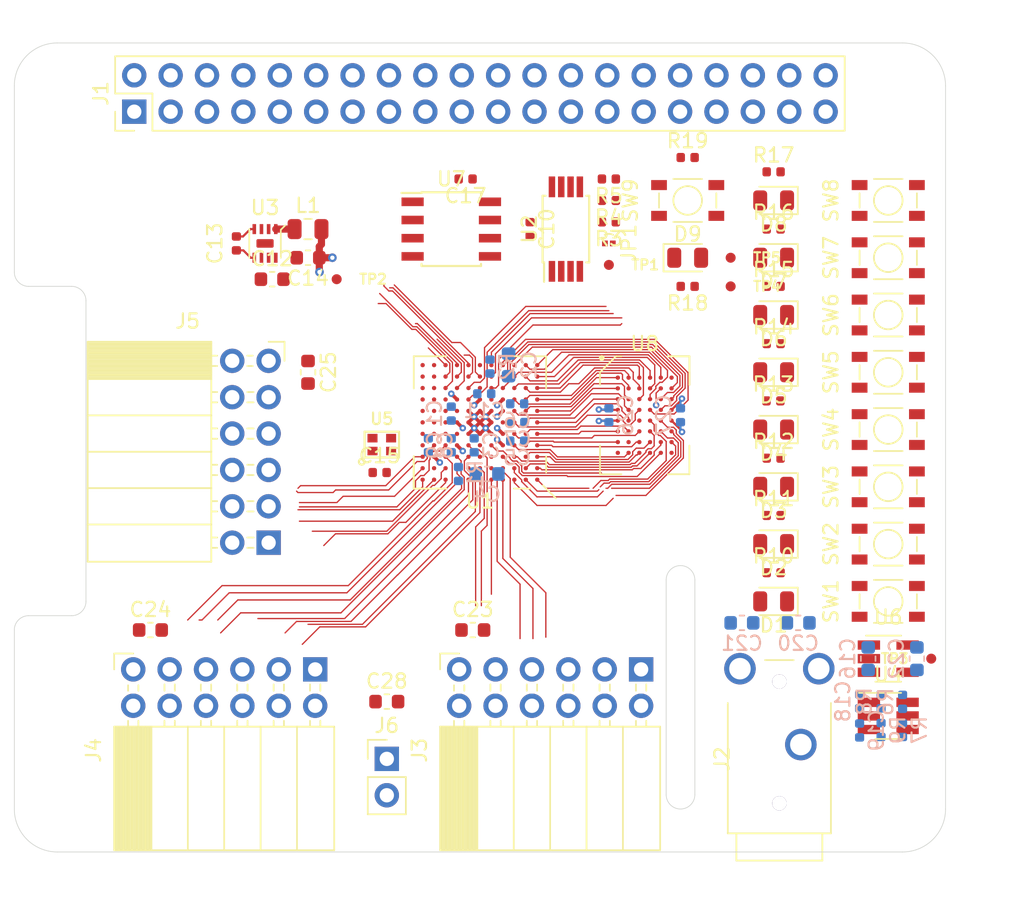
<source format=kicad_pcb>
(kicad_pcb (version 20171130) (host pcbnew 5.1.2+dfsg1-1)
  (layers (0 F.Cu signal) (1 In1.Cu power hide) (2 In2.Cu power) (31 B.Cu signal) (34 B.Paste user) (35 F.Paste user) (36 B.SilkS user hide) (37 F.SilkS user hide) (38 B.Mask user) (39 F.Mask user) (44 Edge.Cuts user))
  (net 0 "")
  (net 1 GND)
  (net 2 +1V2)
  (net 3 "Net-(C2-Pad2)")
  (net 4 "Net-(C2-Pad1)")
  (net 5 "Net-(C4-Pad2)")
  (net 6 "Net-(C4-Pad1)")
  (net 7 +3V3)
  (net 8 +5V)
  (net 9 "Net-(C13-Pad2)")
  (net 10 "Net-(C18-Pad1)")
  (net 11 "Net-(C19-Pad1)")
  (net 12 "Net-(C20-Pad1)")
  (net 13 "Net-(C21-Pad1)")
  (net 14 +3.3VDAC)
  (net 15 "Net-(D1-Pad1)")
  (net 16 /LED0)
  (net 17 /LED1)
  (net 18 "Net-(D2-Pad1)")
  (net 19 "Net-(D3-Pad1)")
  (net 20 /LED2)
  (net 21 /LED3)
  (net 22 "Net-(D4-Pad1)")
  (net 23 /LED4)
  (net 24 "Net-(D5-Pad1)")
  (net 25 "Net-(D6-Pad1)")
  (net 26 /LED5)
  (net 27 /LED6)
  (net 28 "Net-(D7-Pad1)")
  (net 29 "Net-(D8-Pad1)")
  (net 30 /LED7)
  (net 31 /GP13_FPGA_CDONE)
  (net 32 "Net-(J1-Pad3)")
  (net 33 "Net-(J1-Pad5)")
  (net 34 "Net-(J1-Pad7)")
  (net 35 /GP14_UART_TXD)
  (net 36 /GP15_UART_RXD)
  (net 37 "Net-(J1-Pad11)")
  (net 38 "Net-(J1-Pad12)")
  (net 39 /GP27_SDIO_DAT3)
  (net 40 /GP22_SDIO_CLK)
  (net 41 /GP23_SDIO_CMD)
  (net 42 /GP24_SDIO_DAT0)
  (net 43 /GP10_SPI_MOSI)
  (net 44 /GP9_SPI_MISO)
  (net 45 /GP25_SDIO_DAT1)
  (net 46 /GP11_SPI_SCK)
  (net 47 /GP8_SPI_~CS)
  (net 48 "Net-(J1-Pad26)")
  (net 49 /ID_SD)
  (net 50 /ID_SC)
  (net 51 "Net-(J1-Pad29)")
  (net 52 "Net-(J1-Pad31)")
  (net 53 /GP12_FPGA_~RST)
  (net 54 "Net-(J1-Pad35)")
  (net 55 "Net-(J1-Pad36)")
  (net 56 /GP26_SDIO_DAT2)
  (net 57 "Net-(J1-Pad38)")
  (net 58 "Net-(J1-Pad40)")
  (net 59 /IO0_0)
  (net 60 /IO0_1)
  (net 61 /IO0_2)
  (net 62 /IO0_3)
  (net 63 /IO0_4)
  (net 64 /IO0_5)
  (net 65 /IO0_6)
  (net 66 /IO0_7)
  (net 67 /IO1_7)
  (net 68 /IO1_6)
  (net 69 /IO1_5)
  (net 70 /IO1_4)
  (net 71 /IO1_3)
  (net 72 /IO1_2)
  (net 73 /IO1_1)
  (net 74 /IO1_0)
  (net 75 /IO2_0)
  (net 76 /IO2_1)
  (net 77 /IO2_2)
  (net 78 /IO2_3)
  (net 79 /IO2_4)
  (net 80 /IO2_5)
  (net 81 /IO2_6)
  (net 82 /IO2_7)
  (net 83 "Net-(JP1-Pad1)")
  (net 84 "Net-(L1-Pad1)")
  (net 85 "Net-(R6-Pad2)")
  (net 86 "Net-(R7-Pad2)")
  (net 87 /SW0)
  (net 88 /SW1)
  (net 89 /SW2)
  (net 90 /SW3)
  (net 91 /SW4)
  (net 92 /SW5)
  (net 93 /SW6)
  (net 94 /SW7)
  (net 95 /SRAM_DQ0)
  (net 96 /SRAM_DQ5)
  (net 97 /SRAM_DQ7)
  (net 98 /SRAM_DQ6)
  (net 99 /SRAM_DQ12)
  (net 100 /SRAM_A9)
  (net 101 /SRAM_A2)
  (net 102 /SRAM_A4)
  (net 103 /SRAM_A5)
  (net 104 /SRAM_A10)
  (net 105 /SRAM_DQ1)
  (net 106 /SRAM_DQ4)
  (net 107 /SRAM_DQ8)
  (net 108 /SRAM_DQ10)
  (net 109 /SRAM_DQ13)
  (net 110 /SRAM_DQ15)
  (net 111 /SRAM_A3)
  (net 112 /SRAM_A7)
  (net 113 /SRAM_A6)
  (net 114 /SRAM_A12)
  (net 115 /SRAM_DQ3)
  (net 116 /SRAM_DQ9)
  (net 117 /SRAM_DQ11)
  (net 118 /SRAM_A8)
  (net 119 /SRAM_A0)
  (net 120 /SRAM_A1)
  (net 121 /SRAM_A11)
  (net 122 /SRAM_A13)
  (net 123 /SRAM_A15)
  (net 124 /SRAM_DQ2)
  (net 125 /SRAM_DQ14)
  (net 126 /SRAM_A14)
  (net 127 /SRAM_A17)
  (net 128 /SRAM_A16)
  (net 129 /SRAM_~WE)
  (net 130 /SRAM_~OE)
  (net 131 /SRAM_~LB)
  (net 132 /SRAM_~UB)
  (net 133 /AUDIO_R_PWM)
  (net 134 "Net-(U1-PadB10)")
  (net 135 /CLK_OSC)
  (net 136 /AUDIO_L_PWM)
  (module Capacitor_SMD:C_0402_1005Metric (layer B.Cu) (at 128.9 108.1 90)
    (fp_text reference C8 (at 0 1.17 90) (layer B.SilkS) (effects (justify mirror)))
    (fp_text value 100n)
    (pad 2 smd roundrect (at 0.485 0 90) (size 0.59 0.64) (layers B.Cu B.Paste B.Mask) (net 1 GND))
    (pad 1 smd roundrect (at -0.485 0 90) (size 0.59 0.64) (layers B.Cu B.Paste B.Mask) (net 7 +3V3))
  )
  (module fpga_hat:BGA-121_11x11_9.0x9.0mm (layer F.Cu) (at 132.5 106.5 180)
    (fp_text reference U1 (at 0 -5.5) (layer F.SilkS))
    (fp_text value iCE40-HX8k-BG121)
    (pad A1 smd circle (at -4 -4 180) (size 0.3 0.3) (layers F.Cu F.Paste F.Mask) (net 79 /IO2_4))
    (pad B1 smd circle (at -4 -3.2 180) (size 0.3 0.3) (layers F.Cu F.Paste F.Mask) (net 129 /SRAM_~WE))
    (pad C1 smd circle (at -4 -2.4 180) (size 0.3 0.3) (layers F.Cu F.Paste F.Mask) (net 100 /SRAM_A9))
    (pad D1 smd circle (at -4 -1.6 180) (size 0.3 0.3) (layers F.Cu F.Paste F.Mask) (net 114 /SRAM_A12))
    (pad E1 smd circle (at -4 -0.8 180) (size 0.3 0.3) (layers F.Cu F.Paste F.Mask) (net 125 /SRAM_DQ14))
    (pad F1 smd circle (at -4 0 180) (size 0.3 0.3) (layers F.Cu F.Paste F.Mask) (net 99 /SRAM_DQ12))
    (pad G1 smd circle (at -4 0.8 180) (size 0.3 0.3) (layers F.Cu F.Paste F.Mask) (net 107 /SRAM_DQ8))
    (pad H1 smd circle (at -4 1.6 180) (size 0.3 0.3) (layers F.Cu F.Paste F.Mask) (net 132 /SRAM_~UB))
    (pad J1 smd circle (at -4 2.4 180) (size 0.3 0.3) (layers F.Cu F.Paste F.Mask) (net 119 /SRAM_A0))
    (pad K1 smd circle (at -4 3.2 180) (size 0.3 0.3) (layers F.Cu F.Paste F.Mask) (net 102 /SRAM_A4))
    (pad L1 smd circle (at -4 4 180) (size 0.3 0.3) (layers F.Cu F.Paste F.Mask) (net 95 /SRAM_DQ0))
    (pad A2 smd circle (at -3.2 -4 180) (size 0.3 0.3) (layers F.Cu F.Paste F.Mask) (net 77 /IO2_2))
    (pad B2 smd circle (at -3.2 -3.2 180) (size 0.3 0.3) (layers F.Cu F.Paste F.Mask) (net 104 /SRAM_A10))
    (pad C2 smd circle (at -3.2 -2.4 180) (size 0.3 0.3) (layers F.Cu F.Paste F.Mask) (net 122 /SRAM_A13))
    (pad D2 smd circle (at -3.2 -1.6 180) (size 0.3 0.3) (layers F.Cu F.Paste F.Mask) (net 110 /SRAM_DQ15))
    (pad E2 smd circle (at -3.2 -0.8 180) (size 0.3 0.3) (layers F.Cu F.Paste F.Mask) (net 109 /SRAM_DQ13))
    (pad F2 smd circle (at -3.2 0 180) (size 0.3 0.3) (layers F.Cu F.Paste F.Mask) (net 116 /SRAM_DQ9))
    (pad G2 smd circle (at -3.2 0.8 180) (size 0.3 0.3) (layers F.Cu F.Paste F.Mask) (net 108 /SRAM_DQ10))
    (pad H2 smd circle (at -3.2 1.6 180) (size 0.3 0.3) (layers F.Cu F.Paste F.Mask) (net 130 /SRAM_~OE))
    (pad J2 smd circle (at -3.2 2.4 180) (size 0.3 0.3) (layers F.Cu F.Paste F.Mask) (net 111 /SRAM_A3))
    (pad K2 smd circle (at -3.2 3.2 180) (size 0.3 0.3) (layers F.Cu F.Paste F.Mask) (net 120 /SRAM_A1))
    (pad L2 smd circle (at -3.2 4 180) (size 0.3 0.3) (layers F.Cu F.Paste F.Mask) (net 113 /SRAM_A6))
    (pad A3 smd circle (at -2.4 -4 180) (size 0.3 0.3) (layers F.Cu F.Paste F.Mask) (net 78 /IO2_3))
    (pad B3 smd circle (at -2.4 -3.2 180) (size 0.3 0.3) (layers F.Cu F.Paste F.Mask) (net 76 /IO2_1))
    (pad C3 smd circle (at -2.4 -2.4 180) (size 0.3 0.3) (layers F.Cu F.Paste F.Mask) (net 123 /SRAM_A15))
    (pad D3 smd circle (at -2.4 -1.6 180) (size 0.3 0.3) (layers F.Cu F.Paste F.Mask) (net 118 /SRAM_A8))
    (pad E3 smd circle (at -2.4 -0.8 180) (size 0.3 0.3) (layers F.Cu F.Paste F.Mask) (net 126 /SRAM_A14))
    (pad F3 smd circle (at -2.4 0 180) (size 0.3 0.3) (layers F.Cu F.Paste F.Mask) (net 127 /SRAM_A17))
    (pad G3 smd circle (at -2.4 0.8 180) (size 0.3 0.3) (layers F.Cu F.Paste F.Mask) (net 117 /SRAM_DQ11))
    (pad H3 smd circle (at -2.4 1.6 180) (size 0.3 0.3) (layers F.Cu F.Paste F.Mask) (net 131 /SRAM_~LB))
    (pad J3 smd circle (at -2.4 2.4 180) (size 0.3 0.3) (layers F.Cu F.Paste F.Mask) (net 103 /SRAM_A5))
    (pad K3 smd circle (at -2.4 3.2 180) (size 0.3 0.3) (layers F.Cu F.Paste F.Mask) (net 101 /SRAM_A2))
    (pad L3 smd circle (at -2.4 4 180) (size 0.3 0.3) (layers F.Cu F.Paste F.Mask) (net 105 /SRAM_DQ1))
    (pad A4 smd circle (at -1.6 -4 180) (size 0.3 0.3) (layers F.Cu F.Paste F.Mask) (net 68 /IO1_6))
    (pad B4 smd circle (at -1.6 -3.2 180) (size 0.3 0.3) (layers F.Cu F.Paste F.Mask) (net 75 /IO2_0))
    (pad C4 smd circle (at -1.6 -2.4 180) (size 0.3 0.3) (layers F.Cu F.Paste F.Mask) (net 121 /SRAM_A11))
    (pad D4 smd circle (at -1.6 -1.6 180) (size 0.3 0.3) (layers F.Cu F.Paste F.Mask) (net 2 +1V2))
    (pad E4 smd circle (at -1.6 -0.8 180) (size 0.3 0.3) (layers F.Cu F.Paste F.Mask) (net 7 +3V3))
    (pad F4 smd circle (at -1.6 0 180) (size 0.3 0.3) (layers F.Cu F.Paste F.Mask) (net 98 /SRAM_DQ6))
    (pad G4 smd circle (at -1.6 0.8 180) (size 0.3 0.3) (layers F.Cu F.Paste F.Mask) (net 7 +3V3))
    (pad H4 smd circle (at -1.6 1.6 180) (size 0.3 0.3) (layers F.Cu F.Paste F.Mask) (net 2 +1V2))
    (pad J4 smd circle (at -1.6 2.4 180) (size 0.3 0.3) (layers F.Cu F.Paste F.Mask) (net 124 /SRAM_DQ2))
    (pad K4 smd circle (at -1.6 3.2 180) (size 0.3 0.3) (layers F.Cu F.Paste F.Mask) (net 115 /SRAM_DQ3))
    (pad L4 smd circle (at -1.6 4 180) (size 0.3 0.3) (layers F.Cu F.Paste F.Mask) (net 112 /SRAM_A7))
    (pad A5 smd circle (at -0.8 -4 180) (size 0.3 0.3) (layers F.Cu F.Paste F.Mask) (net 70 /IO1_4))
    (pad B5 smd circle (at -0.8 -3.2 180) (size 0.3 0.3) (layers F.Cu F.Paste F.Mask) (net 69 /IO1_5))
    (pad C5 smd circle (at -0.8 -2.4 180) (size 0.3 0.3) (layers F.Cu F.Paste F.Mask) (net 5 "Net-(C4-Pad2)"))
    (pad D5 smd circle (at -0.8 -1.6 180) (size 0.3 0.3) (layers F.Cu F.Paste F.Mask) (net 67 /IO1_7))
    (pad E5 smd circle (at -0.8 -0.8 180) (size 0.3 0.3) (layers F.Cu F.Paste F.Mask) (net 1 GND))
    (pad F5 smd circle (at -0.8 0 180) (size 0.3 0.3) (layers F.Cu F.Paste F.Mask) (net 1 GND))
    (pad G5 smd circle (at -0.8 0.8 180) (size 0.3 0.3) (layers F.Cu F.Paste F.Mask) (net 1 GND))
    (pad H5 smd circle (at -0.8 1.6 180) (size 0.3 0.3) (layers F.Cu F.Paste F.Mask) (net 1 GND))
    (pad J5 smd circle (at -0.8 2.4 180) (size 0.3 0.3) (layers F.Cu F.Paste F.Mask) (net 96 /SRAM_DQ5))
    (pad K5 smd circle (at -0.8 3.2 180) (size 0.3 0.3) (layers F.Cu F.Paste F.Mask) (net 128 /SRAM_A16))
    (pad L5 smd circle (at -0.8 4 180) (size 0.3 0.3) (layers F.Cu F.Paste F.Mask) (net 56 /GP26_SDIO_DAT2))
    (pad A6 smd circle (at 0 -4 180) (size 0.3 0.3) (layers F.Cu F.Paste F.Mask) (net 71 /IO1_3))
    (pad B6 smd circle (at 0 -3.2 180) (size 0.3 0.3) (layers F.Cu F.Paste F.Mask) (net 81 /IO2_6))
    (pad C6 smd circle (at 0 -2.4 180) (size 0.3 0.3) (layers F.Cu F.Paste F.Mask) (net 6 "Net-(C4-Pad1)"))
    (pad D6 smd circle (at 0 -1.6 180) (size 0.3 0.3) (layers F.Cu F.Paste F.Mask) (net 7 +3V3))
    (pad E6 smd circle (at 0 -0.8 180) (size 0.3 0.3) (layers F.Cu F.Paste F.Mask) (net 1 GND))
    (pad F6 smd circle (at 0 0 180) (size 0.3 0.3) (layers F.Cu F.Paste F.Mask) (net 1 GND))
    (pad G6 smd circle (at 0 0.8 180) (size 0.3 0.3) (layers F.Cu F.Paste F.Mask) (net 1 GND))
    (pad H6 smd circle (at 0 1.6 180) (size 0.3 0.3) (layers F.Cu F.Paste F.Mask) (net 7 +3V3))
    (pad J6 smd circle (at 0 2.4 180) (size 0.3 0.3) (layers F.Cu F.Paste F.Mask) (net 4 "Net-(C2-Pad1)"))
    (pad K6 smd circle (at 0 3.2 180) (size 0.3 0.3) (layers F.Cu F.Paste F.Mask) (net 39 /GP27_SDIO_DAT3))
    (pad L6 smd circle (at 0 4 180) (size 0.3 0.3) (layers F.Cu F.Paste F.Mask) (net 3 "Net-(C2-Pad2)"))
    (pad A7 smd circle (at 0.8 -4 180) (size 0.3 0.3) (layers F.Cu F.Paste F.Mask) (net 72 /IO1_2))
    (pad B7 smd circle (at 0.8 -3.2 180) (size 0.3 0.3) (layers F.Cu F.Paste F.Mask) (net 80 /IO2_5))
    (pad C7 smd circle (at 0.8 -2.4 180) (size 0.3 0.3) (layers F.Cu F.Paste F.Mask) (net 73 /IO1_1))
    (pad D7 smd circle (at 0.8 -1.6 180) (size 0.3 0.3) (layers F.Cu F.Paste F.Mask) (net 66 /IO0_7))
    (pad E7 smd circle (at 0.8 -0.8 180) (size 0.3 0.3) (layers F.Cu F.Paste F.Mask) (net 1 GND))
    (pad F7 smd circle (at 0.8 0 180) (size 0.3 0.3) (layers F.Cu F.Paste F.Mask) (net 1 GND))
    (pad G7 smd circle (at 0.8 0.8 180) (size 0.3 0.3) (layers F.Cu F.Paste F.Mask) (net 1 GND))
    (pad H7 smd circle (at 0.8 1.6 180) (size 0.3 0.3) (layers F.Cu F.Paste F.Mask) (net 97 /SRAM_DQ7))
    (pad J7 smd circle (at 0.8 2.4 180) (size 0.3 0.3) (layers F.Cu F.Paste F.Mask) (net 106 /SRAM_DQ4))
    (pad K7 smd circle (at 0.8 3.2 180) (size 0.3 0.3) (layers F.Cu F.Paste F.Mask) (net 133 /AUDIO_R_PWM))
    (pad L7 smd circle (at 0.8 4 180) (size 0.3 0.3) (layers F.Cu F.Paste F.Mask) (net 41 /GP23_SDIO_CMD))
    (pad A8 smd circle (at 1.6 -4 180) (size 0.3 0.3) (layers F.Cu F.Paste F.Mask) (net 74 /IO1_0))
    (pad B8 smd circle (at 1.6 -3.2 180) (size 0.3 0.3) (layers F.Cu F.Paste F.Mask) (net 63 /IO0_4))
    (pad C8 smd circle (at 1.6 -2.4 180) (size 0.3 0.3) (layers F.Cu F.Paste F.Mask) (net 65 /IO0_6))
    (pad D8 smd circle (at 1.6 -1.6 180) (size 0.3 0.3) (layers F.Cu F.Paste F.Mask) (net 2 +1V2))
    (pad E8 smd circle (at 1.6 -0.8 180) (size 0.3 0.3) (layers F.Cu F.Paste F.Mask) (net 90 /SW3))
    (pad F8 smd circle (at 1.6 0 180) (size 0.3 0.3) (layers F.Cu F.Paste F.Mask) (net 7 +3V3))
    (pad G8 smd circle (at 1.6 0.8 180) (size 0.3 0.3) (layers F.Cu F.Paste F.Mask) (net 21 /LED3))
    (pad H8 smd circle (at 1.6 1.6 180) (size 0.3 0.3) (layers F.Cu F.Paste F.Mask) (net 2 +1V2))
    (pad J8 smd circle (at 1.6 2.4 180) (size 0.3 0.3) (layers F.Cu F.Paste F.Mask) (net 40 /GP22_SDIO_CLK))
    (pad K8 smd circle (at 1.6 3.2 180) (size 0.3 0.3) (layers F.Cu F.Paste F.Mask) (net 31 /GP13_FPGA_CDONE))
    (pad L8 smd circle (at 1.6 4 180) (size 0.3 0.3) (layers F.Cu F.Paste F.Mask) (net 42 /GP24_SDIO_DAT0))
    (pad A9 smd circle (at 2.4 -4 180) (size 0.3 0.3) (layers F.Cu F.Paste F.Mask) (net 64 /IO0_5))
    (pad B9 smd circle (at 2.4 -3.2 180) (size 0.3 0.3) (layers F.Cu F.Paste F.Mask) (net 62 /IO0_3))
    (pad C9 smd circle (at 2.4 -2.4 180) (size 0.3 0.3) (layers F.Cu F.Paste F.Mask) (net 61 /IO0_2))
    (pad D9 smd circle (at 2.4 -1.6 180) (size 0.3 0.3) (layers F.Cu F.Paste F.Mask) (net 91 /SW4))
    (pad E9 smd circle (at 2.4 -0.8 180) (size 0.3 0.3) (layers F.Cu F.Paste F.Mask) (net 89 /SW2))
    (pad F9 smd circle (at 2.4 0 180) (size 0.3 0.3) (layers F.Cu F.Paste F.Mask) (net 88 /SW1))
    (pad G9 smd circle (at 2.4 0.8 180) (size 0.3 0.3) (layers F.Cu F.Paste F.Mask) (net 27 /LED6))
    (pad H9 smd circle (at 2.4 1.6 180) (size 0.3 0.3) (layers F.Cu F.Paste F.Mask) (net 45 /GP25_SDIO_DAT1))
    (pad J9 smd circle (at 2.4 2.4 180) (size 0.3 0.3) (layers F.Cu F.Paste F.Mask) (net 44 /GP9_SPI_MISO))
    (pad K9 smd circle (at 2.4 3.2 180) (size 0.3 0.3) (layers F.Cu F.Paste F.Mask) (net 43 /GP10_SPI_MOSI))
    (pad L9 smd circle (at 2.4 4 180) (size 0.3 0.3) (layers F.Cu F.Paste F.Mask) (net 53 /GP12_FPGA_~RST))
    (pad A10 smd circle (at 3.2 -4 180) (size 0.3 0.3) (layers F.Cu F.Paste F.Mask) (net 60 /IO0_1))
    (pad B10 smd circle (at 3.2 -3.2 180) (size 0.3 0.3) (layers F.Cu F.Paste F.Mask) (net 134 "Net-(U1-PadB10)"))
    (pad C10 smd circle (at 3.2 -2.4 180) (size 0.3 0.3) (layers F.Cu F.Paste F.Mask) (net 7 +3V3))
    (pad D10 smd circle (at 3.2 -1.6 180) (size 0.3 0.3) (layers F.Cu F.Paste F.Mask) (net 94 /SW7))
    (pad E10 smd circle (at 3.2 -0.8 180) (size 0.3 0.3) (layers F.Cu F.Paste F.Mask) (net 135 /CLK_OSC))
    (pad F10 smd circle (at 3.2 0 180) (size 0.3 0.3) (layers F.Cu F.Paste F.Mask) (net 87 /SW0))
    (pad G10 smd circle (at 3.2 0.8 180) (size 0.3 0.3) (layers F.Cu F.Paste F.Mask) (net 26 /LED5))
    (pad H10 smd circle (at 3.2 1.6 180) (size 0.3 0.3) (layers F.Cu F.Paste F.Mask) (net 17 /LED1))
    (pad J10 smd circle (at 3.2 2.4 180) (size 0.3 0.3) (layers F.Cu F.Paste F.Mask) (net 20 /LED2))
    (pad K10 smd circle (at 3.2 3.2 180) (size 0.3 0.3) (layers F.Cu F.Paste F.Mask) (net 47 /GP8_SPI_~CS))
    (pad L10 smd circle (at 3.2 4 180) (size 0.3 0.3) (layers F.Cu F.Paste F.Mask) (net 46 /GP11_SPI_SCK))
    (pad A11 smd circle (at 4 -4 180) (size 0.3 0.3) (layers F.Cu F.Paste F.Mask) (net 59 /IO0_0))
    (pad B11 smd circle (at 4 -3.2 180) (size 0.3 0.3) (layers F.Cu F.Paste F.Mask) (net 36 /GP15_UART_RXD))
    (pad C11 smd circle (at 4 -2.4 180) (size 0.3 0.3) (layers F.Cu F.Paste F.Mask) (net 35 /GP14_UART_TXD))
    (pad D11 smd circle (at 4 -1.6 180) (size 0.3 0.3) (layers F.Cu F.Paste F.Mask) (net 93 /SW6))
    (pad E11 smd circle (at 4 -0.8 180) (size 0.3 0.3) (layers F.Cu F.Paste F.Mask) (net 92 /SW5))
    (pad F11 smd circle (at 4 0 180) (size 0.3 0.3) (layers F.Cu F.Paste F.Mask) (net 136 /AUDIO_L_PWM))
    (pad G11 smd circle (at 4 0.8 180) (size 0.3 0.3) (layers F.Cu F.Paste F.Mask) (net 30 /LED7))
    (pad H11 smd circle (at 4 1.6 180) (size 0.3 0.3) (layers F.Cu F.Paste F.Mask) (net 23 /LED4))
    (pad J11 smd circle (at 4 2.4 180) (size 0.3 0.3) (layers F.Cu F.Paste F.Mask) (net 82 /IO2_7))
    (pad K11 smd circle (at 4 3.2 180) (size 0.3 0.3) (layers F.Cu F.Paste F.Mask) (net 16 /LED0))
    (pad L11 smd circle (at 4 4 180) (size 0.3 0.3) (layers F.Cu F.Paste F.Mask) (net 7 +3V3))
  )
  (module fpga_hat:MOUNTHOLE_M2.5 (layer F.Cu) (at 161.5 83.5)
    (fp_text reference REF** hide)
    (fp_text value MOUNTHOLE_M2.5 hide)
    (pad "" np_thru_hole circle (at 0 0) (size 2.75 2.75) (drill 2.75) (layers *.Cu *.Mask) (thermal_gap 1.9))
  )
  (module fpga_hat:MOUNTHOLE_M2.5 (layer F.Cu) (at 161.5 133)
    (fp_text reference REF** hide)
    (fp_text value MOUNTHOLE_M2.5 hide)
    (pad "" np_thru_hole circle (at 0 0) (size 2.75 2.75) (drill 2.75) (layers *.Cu *.Mask) (thermal_gap 1.9))
  )
  (module fpga_hat:MOUNTHOLE_M2.5 (layer F.Cu) (at 103.5 133)
    (fp_text reference REF** hide)
    (fp_text value MOUNTHOLE_M2.5 hide)
    (pad "" np_thru_hole circle (at 0 0) (size 2.75 2.75) (drill 2.75) (layers *.Cu *.Mask) (thermal_gap 1.9))
  )
  (module fpga_hat:MOUNTHOLE_M2.5 (layer F.Cu) (at 103.5 83.5)
    (fp_text reference REF** hide)
    (fp_text value MOUNTHOLE_M2.5 hide)
    (pad "" np_thru_hole circle (at 0 0) (size 2.75 2.75) (drill 2.75) (layers *.Cu *.Mask) (thermal_gap 1.9))
  )
  (module Capacitor_SMD:C_0402_1005Metric (layer B.Cu) (at 130.5 105.885 270)
    (fp_text reference C1 (at 0 1.17 90) (layer B.SilkS) (effects (justify mirror)))
    (fp_text value 100n)
    (pad 2 smd roundrect (at 0.485 0 270) (size 0.59 0.64) (layers B.Cu B.Paste B.Mask) (net 1 GND))
    (pad 1 smd roundrect (at -0.485 0 270) (size 0.59 0.64) (layers B.Cu B.Paste B.Mask) (net 2 +1V2))
  )
  (module Capacitor_SMD:C_0603_1608Metric (layer B.Cu) (at 134.5 102.4875 90)
    (fp_text reference C2 (at 0 1.43 90) (layer B.SilkS) (effects (justify mirror)))
    (fp_text value 4u7)
    (pad 2 smd roundrect (at 0.7875 0 90) (size 0.875 0.95) (layers B.Cu B.Paste B.Mask) (net 3 "Net-(C2-Pad2)"))
    (pad 1 smd roundrect (at -0.7875 0 90) (size 0.875 0.95) (layers B.Cu B.Paste B.Mask) (net 4 "Net-(C2-Pad1)"))
  )
  (module Capacitor_SMD:C_0402_1005Metric (layer B.Cu) (at 132.1 108.1 90)
    (fp_text reference C3 (at 0 1.17 90) (layer B.SilkS) (effects (justify mirror)))
    (fp_text value 100n)
    (pad 1 smd roundrect (at -0.485 0 90) (size 0.59 0.64) (layers B.Cu B.Paste B.Mask) (net 2 +1V2))
    (pad 2 smd roundrect (at 0.485 0 90) (size 0.59 0.64) (layers B.Cu B.Paste B.Mask) (net 1 GND))
  )
  (module Capacitor_SMD:C_0603_1608Metric (layer B.Cu) (at 133 110.1)
    (fp_text reference C4 (at 0 1.43) (layer B.SilkS) (effects (justify mirror)))
    (fp_text value 4u7)
    (pad 1 smd roundrect (at -0.7875 0) (size 0.875 0.95) (layers B.Cu B.Paste B.Mask) (net 6 "Net-(C4-Pad1)"))
    (pad 2 smd roundrect (at 0.7875 0) (size 0.875 0.95) (layers B.Cu B.Paste B.Mask) (net 5 "Net-(C4-Pad2)"))
  )
  (module Capacitor_SMD:C_0402_1005Metric (layer B.Cu) (at 135.1 107.8)
    (fp_text reference C5 (at 0 1.17 180) (layer B.SilkS) (effects (justify mirror)))
    (fp_text value 100n)
    (pad 1 smd roundrect (at -0.485 0) (size 0.59 0.64) (layers B.Cu B.Paste B.Mask) (net 2 +1V2))
    (pad 2 smd roundrect (at 0.485 0) (size 0.59 0.64) (layers B.Cu B.Paste B.Mask) (net 1 GND))
  )
  (module Capacitor_SMD:C_0402_1005Metric (layer B.Cu) (at 135.1 105.2)
    (fp_text reference C6 (at 0 1.17) (layer B.SilkS) (effects (justify mirror)))
    (fp_text value 100n)
    (pad 2 smd roundrect (at 0.485 0) (size 0.59 0.64) (layers B.Cu B.Paste B.Mask) (net 1 GND))
    (pad 1 smd roundrect (at -0.485 0) (size 0.59 0.64) (layers B.Cu B.Paste B.Mask) (net 2 +1V2))
  )
  (module Capacitor_SMD:C_0402_1005Metric (layer B.Cu) (at 135.115 106.5)
    (fp_text reference C7 (at 0 1.17 180) (layer B.SilkS) (effects (justify mirror)))
    (fp_text value 100n)
    (pad 2 smd roundrect (at 0.485 0) (size 0.59 0.64) (layers B.Cu B.Paste B.Mask) (net 1 GND))
    (pad 1 smd roundrect (at -0.485 0) (size 0.59 0.64) (layers B.Cu B.Paste B.Mask) (net 7 +3V3))
  )
  (module Capacitor_SMD:C_0402_1005Metric (layer B.Cu) (at 130.5 108.1 270)
    (fp_text reference C9 (at 0 1.17 90) (layer B.SilkS) (effects (justify mirror)))
    (fp_text value 100n)
    (pad 2 smd roundrect (at 0.485 0 270) (size 0.59 0.64) (layers B.Cu B.Paste B.Mask) (net 1 GND))
    (pad 1 smd roundrect (at -0.485 0 270) (size 0.59 0.64) (layers B.Cu B.Paste B.Mask) (net 7 +3V3))
  )
  (module Capacitor_SMD:C_0402_1005Metric (layer F.Cu) (at 136 93 270)
    (fp_text reference C10 (at 0 -1.17 90) (layer F.SilkS))
    (fp_text value 100n)
    (pad 2 smd roundrect (at 0.485 0 270) (size 0.59 0.64) (layers F.Cu F.Paste F.Mask) (net 1 GND))
    (pad 1 smd roundrect (at -0.485 0 270) (size 0.59 0.64) (layers F.Cu F.Paste F.Mask) (net 7 +3V3))
  )
  (module Capacitor_SMD:C_0402_1005Metric (layer B.Cu) (at 132.8 104.5)
    (fp_text reference C11 (at 0 1.17) (layer B.SilkS) (effects (justify mirror)))
    (fp_text value 100n)
    (pad 1 smd roundrect (at -0.485 0) (size 0.59 0.64) (layers B.Cu B.Paste B.Mask) (net 7 +3V3))
    (pad 2 smd roundrect (at 0.485 0) (size 0.59 0.64) (layers B.Cu B.Paste B.Mask) (net 1 GND))
  )
  (module Capacitor_SMD:C_0603_1608Metric (layer F.Cu) (at 118 96.5)
    (fp_text reference C12 (at 0 -1.43) (layer F.SilkS))
    (fp_text value 4u7)
    (pad 2 smd roundrect (at 0.7875 0) (size 0.875 0.95) (layers F.Cu F.Paste F.Mask) (net 1 GND))
    (pad 1 smd roundrect (at -0.7875 0) (size 0.875 0.95) (layers F.Cu F.Paste F.Mask) (net 8 +5V))
  )
  (module Capacitor_SMD:C_0402_1005Metric (layer F.Cu) (at 115.5 94 270)
    (fp_text reference C13 (at 0 1.5 90) (layer F.SilkS))
    (fp_text value 560p)
    (pad 1 smd roundrect (at -0.485 0 270) (size 0.59 0.64) (layers F.Cu F.Paste F.Mask) (net 2 +1V2))
    (pad 2 smd roundrect (at 0.485 0 270) (size 0.59 0.64) (layers F.Cu F.Paste F.Mask) (net 9 "Net-(C13-Pad2)"))
  )
  (module Capacitor_SMD:C_0603_1608Metric (layer F.Cu) (at 120.5 95 180)
    (fp_text reference C14 (at 0 -1.43) (layer F.SilkS))
    (fp_text value 4u7)
    (pad 2 smd roundrect (at 0.7875 0 180) (size 0.875 0.95) (layers F.Cu F.Paste F.Mask) (net 1 GND))
    (pad 1 smd roundrect (at -0.7875 0 180) (size 0.875 0.95) (layers F.Cu F.Paste F.Mask) (net 2 +1V2))
  )
  (module Capacitor_SMD:C_0402_1005Metric (layer F.Cu) (at 125.5 110)
    (fp_text reference C15 (at 0 -1.17) (layer F.SilkS))
    (fp_text value 100n)
    (pad 2 smd roundrect (at 0.485 0) (size 0.59 0.64) (layers F.Cu F.Paste F.Mask) (net 1 GND))
    (pad 1 smd roundrect (at -0.485 0) (size 0.59 0.64) (layers F.Cu F.Paste F.Mask) (net 7 +3V3))
  )
  (module Capacitor_SMD:C_0603_1608Metric (layer B.Cu) (at 159.6 123 270)
    (fp_text reference C16 (at 0 1.43 90) (layer B.SilkS) (effects (justify mirror)))
    (fp_text value 1u)
    (pad 1 smd roundrect (at -0.7875 0 270) (size 0.875 0.95) (layers B.Cu B.Paste B.Mask) (net 8 +5V))
    (pad 2 smd roundrect (at 0.7875 0 270) (size 0.875 0.95) (layers B.Cu B.Paste B.Mask) (net 1 GND))
  )
  (module Capacitor_SMD:C_0402_1005Metric (layer F.Cu) (at 131.5 89.5 180)
    (fp_text reference C17 (at 0 -1.17) (layer F.SilkS))
    (fp_text value 100n)
    (pad 1 smd roundrect (at -0.485 0 180) (size 0.59 0.64) (layers F.Cu F.Paste F.Mask) (net 7 +3V3))
    (pad 2 smd roundrect (at 0.485 0 180) (size 0.59 0.64) (layers F.Cu F.Paste F.Mask) (net 1 GND))
  )
  (module Capacitor_SMD:C_0402_1005Metric (layer B.Cu) (at 159 125.985 270)
    (fp_text reference C18 (at 0 1.17 90) (layer B.SilkS) (effects (justify mirror)))
    (fp_text value 100n)
    (pad 1 smd roundrect (at -0.485 0 270) (size 0.59 0.64) (layers B.Cu B.Paste B.Mask) (net 10 "Net-(C18-Pad1)"))
    (pad 2 smd roundrect (at 0.485 0 270) (size 0.59 0.64) (layers B.Cu B.Paste B.Mask) (net 1 GND))
  )
  (module Capacitor_SMD:C_0402_1005Metric (layer B.Cu) (at 159 128.015 90)
    (fp_text reference C19 (at 0 1.17 90) (layer B.SilkS) (effects (justify mirror)))
    (fp_text value 100n)
    (pad 1 smd roundrect (at -0.485 0 90) (size 0.59 0.64) (layers B.Cu B.Paste B.Mask) (net 11 "Net-(C19-Pad1)"))
    (pad 2 smd roundrect (at 0.485 0 90) (size 0.59 0.64) (layers B.Cu B.Paste B.Mask) (net 1 GND))
  )
  (module Capacitor_SMD:C_0603_1608Metric (layer B.Cu) (at 154.7125 120.5)
    (fp_text reference C20 (at 0 1.43) (layer B.SilkS) (effects (justify mirror)))
    (fp_text value 4u7)
    (pad 1 smd roundrect (at -0.7875 0) (size 0.875 0.95) (layers B.Cu B.Paste B.Mask) (net 12 "Net-(C20-Pad1)"))
    (pad 2 smd roundrect (at 0.7875 0) (size 0.875 0.95) (layers B.Cu B.Paste B.Mask) (net 10 "Net-(C18-Pad1)"))
  )
  (module Capacitor_SMD:C_0603_1608Metric (layer B.Cu) (at 150.7875 120.5)
    (fp_text reference C21 (at 0 1.43) (layer B.SilkS) (effects (justify mirror)))
    (fp_text value 4u7)
    (pad 1 smd roundrect (at -0.7875 0) (size 0.875 0.95) (layers B.Cu B.Paste B.Mask) (net 13 "Net-(C21-Pad1)"))
    (pad 2 smd roundrect (at 0.7875 0) (size 0.875 0.95) (layers B.Cu B.Paste B.Mask) (net 11 "Net-(C19-Pad1)"))
  )
  (module Capacitor_SMD:C_0603_1608Metric (layer B.Cu) (at 163 123 270)
    (fp_text reference C22 (at 0 1.43 90) (layer B.SilkS) (effects (justify mirror)))
    (fp_text value 1u)
    (pad 2 smd roundrect (at 0.7875 0 270) (size 0.875 0.95) (layers B.Cu B.Paste B.Mask) (net 1 GND))
    (pad 1 smd roundrect (at -0.7875 0 270) (size 0.875 0.95) (layers B.Cu B.Paste B.Mask) (net 14 +3.3VDAC))
  )
  (module Capacitor_SMD:C_0603_1608Metric (layer F.Cu) (at 132 121)
    (fp_text reference C23 (at 0 -1.43) (layer F.SilkS))
    (fp_text value 1u)
    (pad 2 smd roundrect (at 0.7875 0) (size 0.875 0.95) (layers F.Cu F.Paste F.Mask) (net 1 GND))
    (pad 1 smd roundrect (at -0.7875 0) (size 0.875 0.95) (layers F.Cu F.Paste F.Mask) (net 7 +3V3))
  )
  (module Capacitor_SMD:C_0603_1608Metric (layer F.Cu) (at 109.5 121)
    (fp_text reference C24 (at 0 -1.43) (layer F.SilkS))
    (fp_text value 1u)
    (pad 1 smd roundrect (at -0.7875 0) (size 0.875 0.95) (layers F.Cu F.Paste F.Mask) (net 7 +3V3))
    (pad 2 smd roundrect (at 0.7875 0) (size 0.875 0.95) (layers F.Cu F.Paste F.Mask) (net 1 GND))
  )
  (module Capacitor_SMD:C_0603_1608Metric (layer F.Cu) (at 120.5 103 270)
    (fp_text reference C25 (at 0 -1.43 90) (layer F.SilkS))
    (fp_text value 1u)
    (pad 2 smd roundrect (at 0.7875 0 270) (size 0.875 0.95) (layers F.Cu F.Paste F.Mask) (net 1 GND))
    (pad 1 smd roundrect (at -0.7875 0 270) (size 0.875 0.95) (layers F.Cu F.Paste F.Mask) (net 7 +3V3))
  )
  (module Capacitor_SMD:C_0402_1005Metric (layer B.Cu) (at 141.5 106 90)
    (fp_text reference C26 (at 0 1.17 270) (layer B.SilkS) (effects (justify mirror)))
    (fp_text value 100n)
    (pad 1 smd roundrect (at -0.485 0 90) (size 0.59 0.64) (layers B.Cu B.Paste B.Mask) (net 7 +3V3))
    (pad 2 smd roundrect (at 0.485 0 90) (size 0.59 0.64) (layers B.Cu B.Paste B.Mask) (net 1 GND))
  )
  (module Capacitor_SMD:C_0402_1005Metric (layer B.Cu) (at 146.5 106 270)
    (fp_text reference C27 (at 0 1.17 270) (layer B.SilkS) (effects (justify mirror)))
    (fp_text value 100n)
    (pad 2 smd roundrect (at 0.485 0 270) (size 0.59 0.64) (layers B.Cu B.Paste B.Mask) (net 1 GND))
    (pad 1 smd roundrect (at -0.485 0 270) (size 0.59 0.64) (layers B.Cu B.Paste B.Mask) (net 7 +3V3))
  )
  (module Capacitor_SMD:C_0603_1608Metric (layer F.Cu) (at 126 126)
    (fp_text reference C28 (at 0 -1.43) (layer F.SilkS))
    (fp_text value 1u)
    (pad 1 smd roundrect (at -0.7875 0) (size 0.875 0.95) (layers F.Cu F.Paste F.Mask) (net 8 +5V))
    (pad 2 smd roundrect (at 0.7875 0) (size 0.875 0.95) (layers F.Cu F.Paste F.Mask) (net 1 GND))
  )
  (module LED_SMD:LED_0805_2012Metric (layer F.Cu) (at 153 119 180)
    (fp_text reference D1 (at 0 -1.65) (layer F.SilkS))
    (fp_text value LED)
    (pad 1 smd roundrect (at -0.9375 0 180) (size 0.975 1.4) (layers F.Cu F.Paste F.Mask) (net 15 "Net-(D1-Pad1)"))
    (pad 2 smd roundrect (at 0.9375 0 180) (size 0.975 1.4) (layers F.Cu F.Paste F.Mask) (net 16 /LED0))
  )
  (module LED_SMD:LED_0805_2012Metric (layer F.Cu) (at 153 115 180)
    (fp_text reference D2 (at 0 -1.65) (layer F.SilkS))
    (fp_text value LED)
    (pad 1 smd roundrect (at -0.9375 0 180) (size 0.975 1.4) (layers F.Cu F.Paste F.Mask) (net 18 "Net-(D2-Pad1)"))
    (pad 2 smd roundrect (at 0.9375 0 180) (size 0.975 1.4) (layers F.Cu F.Paste F.Mask) (net 17 /LED1))
  )
  (module LED_SMD:LED_0805_2012Metric (layer F.Cu) (at 153 111 180)
    (fp_text reference D3 (at 0 -1.65) (layer F.SilkS))
    (fp_text value LED)
    (pad 2 smd roundrect (at 0.9375 0 180) (size 0.975 1.4) (layers F.Cu F.Paste F.Mask) (net 20 /LED2))
    (pad 1 smd roundrect (at -0.9375 0 180) (size 0.975 1.4) (layers F.Cu F.Paste F.Mask) (net 19 "Net-(D3-Pad1)"))
  )
  (module LED_SMD:LED_0805_2012Metric (layer F.Cu) (at 153 107 180)
    (fp_text reference D4 (at 0 -1.65) (layer F.SilkS))
    (fp_text value LED)
    (pad 1 smd roundrect (at -0.9375 0 180) (size 0.975 1.4) (layers F.Cu F.Paste F.Mask) (net 22 "Net-(D4-Pad1)"))
    (pad 2 smd roundrect (at 0.9375 0 180) (size 0.975 1.4) (layers F.Cu F.Paste F.Mask) (net 21 /LED3))
  )
  (module LED_SMD:LED_0805_2012Metric (layer F.Cu) (at 153 103 180)
    (fp_text reference D5 (at 0 -1.65) (layer F.SilkS))
    (fp_text value LED)
    (pad 2 smd roundrect (at 0.9375 0 180) (size 0.975 1.4) (layers F.Cu F.Paste F.Mask) (net 23 /LED4))
    (pad 1 smd roundrect (at -0.9375 0 180) (size 0.975 1.4) (layers F.Cu F.Paste F.Mask) (net 24 "Net-(D5-Pad1)"))
  )
  (module LED_SMD:LED_0805_2012Metric (layer F.Cu) (at 153 99 180)
    (fp_text reference D6 (at 0 -1.65) (layer F.SilkS))
    (fp_text value LED)
    (pad 1 smd roundrect (at -0.9375 0 180) (size 0.975 1.4) (layers F.Cu F.Paste F.Mask) (net 25 "Net-(D6-Pad1)"))
    (pad 2 smd roundrect (at 0.9375 0 180) (size 0.975 1.4) (layers F.Cu F.Paste F.Mask) (net 26 /LED5))
  )
  (module LED_SMD:LED_0805_2012Metric (layer F.Cu) (at 153 95 180)
    (fp_text reference D7 (at 0 -1.65) (layer F.SilkS))
    (fp_text value LED)
    (pad 2 smd roundrect (at 0.9375 0 180) (size 0.975 1.4) (layers F.Cu F.Paste F.Mask) (net 27 /LED6))
    (pad 1 smd roundrect (at -0.9375 0 180) (size 0.975 1.4) (layers F.Cu F.Paste F.Mask) (net 28 "Net-(D7-Pad1)"))
  )
  (module LED_SMD:LED_0805_2012Metric (layer F.Cu) (at 153 91 180)
    (fp_text reference D8 (at 0 -1.65) (layer F.SilkS))
    (fp_text value LED)
    (pad 1 smd roundrect (at -0.9375 0 180) (size 0.975 1.4) (layers F.Cu F.Paste F.Mask) (net 29 "Net-(D8-Pad1)"))
    (pad 2 smd roundrect (at 0.9375 0 180) (size 0.975 1.4) (layers F.Cu F.Paste F.Mask) (net 30 /LED7))
  )
  (module LED_SMD:LED_0805_2012Metric (layer F.Cu) (at 147 95)
    (fp_text reference D9 (at 0 -1.65) (layer F.SilkS))
    (fp_text value LED)
    (pad 2 smd roundrect (at 0.9375 0) (size 0.975 1.4) (layers F.Cu F.Paste F.Mask) (net 31 /GP13_FPGA_CDONE))
    (pad 1 smd roundrect (at -0.9375 0) (size 0.975 1.4) (layers F.Cu F.Paste F.Mask) (net 1 GND))
  )
  (module Connector_PinHeader_2.54mm:PinHeader_2x20_P2.54mm_Vertical (layer F.Cu) (at 108.37 84.8 90)
    (fp_text reference J1 (at 1.27 -2.33 90) (layer F.SilkS))
    (fp_text value 2x20)
    (pad 1 thru_hole rect (at 0 0 90) (size 1.7 1.7) (drill 1) (layers *.Cu *.Mask) (net 7 +3V3))
    (pad 2 thru_hole oval (at 2.54 0 90) (size 1.7 1.7) (drill 1) (layers *.Cu *.Mask) (net 8 +5V))
    (pad 3 thru_hole oval (at 0 2.54 90) (size 1.7 1.7) (drill 1) (layers *.Cu *.Mask) (net 32 "Net-(J1-Pad3)"))
    (pad 4 thru_hole oval (at 2.54 2.54 90) (size 1.7 1.7) (drill 1) (layers *.Cu *.Mask) (net 8 +5V))
    (pad 5 thru_hole oval (at 0 5.08 90) (size 1.7 1.7) (drill 1) (layers *.Cu *.Mask) (net 33 "Net-(J1-Pad5)"))
    (pad 6 thru_hole oval (at 2.54 5.08 90) (size 1.7 1.7) (drill 1) (layers *.Cu *.Mask) (net 1 GND))
    (pad 7 thru_hole oval (at 0 7.62 90) (size 1.7 1.7) (drill 1) (layers *.Cu *.Mask) (net 34 "Net-(J1-Pad7)"))
    (pad 8 thru_hole oval (at 2.54 7.62 90) (size 1.7 1.7) (drill 1) (layers *.Cu *.Mask) (net 35 /GP14_UART_TXD))
    (pad 9 thru_hole oval (at 0 10.16 90) (size 1.7 1.7) (drill 1) (layers *.Cu *.Mask) (net 1 GND))
    (pad 10 thru_hole oval (at 2.54 10.16 90) (size 1.7 1.7) (drill 1) (layers *.Cu *.Mask) (net 36 /GP15_UART_RXD))
    (pad 11 thru_hole oval (at 0 12.7 90) (size 1.7 1.7) (drill 1) (layers *.Cu *.Mask) (net 37 "Net-(J1-Pad11)"))
    (pad 12 thru_hole oval (at 2.54 12.7 90) (size 1.7 1.7) (drill 1) (layers *.Cu *.Mask) (net 38 "Net-(J1-Pad12)"))
    (pad 13 thru_hole oval (at 0 15.24 90) (size 1.7 1.7) (drill 1) (layers *.Cu *.Mask) (net 39 /GP27_SDIO_DAT3))
    (pad 14 thru_hole oval (at 2.54 15.24 90) (size 1.7 1.7) (drill 1) (layers *.Cu *.Mask) (net 1 GND))
    (pad 15 thru_hole oval (at 0 17.78 90) (size 1.7 1.7) (drill 1) (layers *.Cu *.Mask) (net 40 /GP22_SDIO_CLK))
    (pad 16 thru_hole oval (at 2.54 17.78 90) (size 1.7 1.7) (drill 1) (layers *.Cu *.Mask) (net 41 /GP23_SDIO_CMD))
    (pad 17 thru_hole oval (at 0 20.32 90) (size 1.7 1.7) (drill 1) (layers *.Cu *.Mask) (net 7 +3V3))
    (pad 18 thru_hole oval (at 2.54 20.32 90) (size 1.7 1.7) (drill 1) (layers *.Cu *.Mask) (net 42 /GP24_SDIO_DAT0))
    (pad 19 thru_hole oval (at 0 22.86 90) (size 1.7 1.7) (drill 1) (layers *.Cu *.Mask) (net 43 /GP10_SPI_MOSI))
    (pad 20 thru_hole oval (at 2.54 22.86 90) (size 1.7 1.7) (drill 1) (layers *.Cu *.Mask) (net 1 GND))
    (pad 21 thru_hole oval (at 0 25.4 90) (size 1.7 1.7) (drill 1) (layers *.Cu *.Mask) (net 44 /GP9_SPI_MISO))
    (pad 22 thru_hole oval (at 2.54 25.4 90) (size 1.7 1.7) (drill 1) (layers *.Cu *.Mask) (net 45 /GP25_SDIO_DAT1))
    (pad 23 thru_hole oval (at 0 27.94 90) (size 1.7 1.7) (drill 1) (layers *.Cu *.Mask) (net 46 /GP11_SPI_SCK))
    (pad 24 thru_hole oval (at 2.54 27.94 90) (size 1.7 1.7) (drill 1) (layers *.Cu *.Mask) (net 47 /GP8_SPI_~CS))
    (pad 25 thru_hole oval (at 0 30.48 90) (size 1.7 1.7) (drill 1) (layers *.Cu *.Mask) (net 1 GND))
    (pad 26 thru_hole oval (at 2.54 30.48 90) (size 1.7 1.7) (drill 1) (layers *.Cu *.Mask) (net 48 "Net-(J1-Pad26)"))
    (pad 27 thru_hole oval (at 0 33.02 90) (size 1.7 1.7) (drill 1) (layers *.Cu *.Mask) (net 49 /ID_SD))
    (pad 28 thru_hole oval (at 2.54 33.02 90) (size 1.7 1.7) (drill 1) (layers *.Cu *.Mask) (net 50 /ID_SC))
    (pad 29 thru_hole oval (at 0 35.56 90) (size 1.7 1.7) (drill 1) (layers *.Cu *.Mask) (net 51 "Net-(J1-Pad29)"))
    (pad 30 thru_hole oval (at 2.54 35.56 90) (size 1.7 1.7) (drill 1) (layers *.Cu *.Mask) (net 1 GND))
    (pad 31 thru_hole oval (at 0 38.1 90) (size 1.7 1.7) (drill 1) (layers *.Cu *.Mask) (net 52 "Net-(J1-Pad31)"))
    (pad 32 thru_hole oval (at 2.54 38.1 90) (size 1.7 1.7) (drill 1) (layers *.Cu *.Mask) (net 53 /GP12_FPGA_~RST))
    (pad 33 thru_hole oval (at 0 40.64 90) (size 1.7 1.7) (drill 1) (layers *.Cu *.Mask) (net 31 /GP13_FPGA_CDONE))
    (pad 34 thru_hole oval (at 2.54 40.64 90) (size 1.7 1.7) (drill 1) (layers *.Cu *.Mask) (net 1 GND))
    (pad 35 thru_hole oval (at 0 43.18 90) (size 1.7 1.7) (drill 1) (layers *.Cu *.Mask) (net 54 "Net-(J1-Pad35)"))
    (pad 36 thru_hole oval (at 2.54 43.18 90) (size 1.7 1.7) (drill 1) (layers *.Cu *.Mask) (net 55 "Net-(J1-Pad36)"))
    (pad 37 thru_hole oval (at 0 45.72 90) (size 1.7 1.7) (drill 1) (layers *.Cu *.Mask) (net 56 /GP26_SDIO_DAT2))
    (pad 38 thru_hole oval (at 2.54 45.72 90) (size 1.7 1.7) (drill 1) (layers *.Cu *.Mask) (net 57 "Net-(J1-Pad38)"))
    (pad 39 thru_hole oval (at 0 48.26 90) (size 1.7 1.7) (drill 1) (layers *.Cu *.Mask) (net 1 GND))
    (pad 40 thru_hole oval (at 2.54 48.26 90) (size 1.7 1.7) (drill 1) (layers *.Cu *.Mask) (net 58 "Net-(J1-Pad40)"))
  )
  (module fpga_hat:STX-3000_TRS_3.5mm (layer F.Cu) (at 153.4 129 90)
    (fp_text reference J2 (at -1 -4 90) (layer F.SilkS))
    (fp_text value AudioJack3)
    (pad ~ thru_hole circle (at -4.1 0 90) (size 1 1) (drill 1) (layers *.Cu *.Mask))
    (pad ~ thru_hole circle (at 4.4 0 90) (size 1 1) (drill 1) (layers *.Cu *.Mask))
    (pad S thru_hole circle (at 0 1.5 90) (size 2.2 2.2) (drill 1.5) (layers *.Cu *.Mask) (net 1 GND))
    (pad R thru_hole circle (at 5.3 -2.75 90) (size 2.2 2.2) (drill 1.5) (layers *.Cu *.Mask) (net 13 "Net-(C21-Pad1)"))
    (pad T thru_hole circle (at 5.3 2.75 90) (size 2.2 2.2) (drill 1.5) (layers *.Cu *.Mask) (net 12 "Net-(C20-Pad1)"))
  )
  (module fpga_hat:PinSocket_2x06_P2.54mm_Horizontal (layer F.Cu) (at 143.75 123.75 90)
    (fp_text reference J3 (at -5.65 -15.47 90) (layer F.SilkS))
    (fp_text value Conn_02x06_Top_Bottom)
    (pad 6 thru_hole circle (at 0 -12.7 90) (size 1.7 1.7) (drill 1) (layers *.Cu *.Mask) (net 7 +3V3))
    (pad 12 thru_hole oval (at -2.54 -12.7 90) (size 1.7 1.7) (drill 1) (layers *.Cu *.Mask) (net 7 +3V3))
    (pad 5 thru_hole oval (at 0 -10.16 90) (size 1.7 1.7) (drill 1) (layers *.Cu *.Mask) (net 1 GND))
    (pad 11 thru_hole oval (at -2.54 -10.16 90) (size 1.7 1.7) (drill 1) (layers *.Cu *.Mask) (net 1 GND))
    (pad 4 thru_hole oval (at 0 -7.62 90) (size 1.7 1.7) (drill 1) (layers *.Cu *.Mask) (net 62 /IO0_3))
    (pad 10 thru_hole oval (at -2.54 -7.62 90) (size 1.7 1.7) (drill 1) (layers *.Cu *.Mask) (net 66 /IO0_7))
    (pad 3 thru_hole oval (at 0 -5.08 90) (size 1.7 1.7) (drill 1) (layers *.Cu *.Mask) (net 61 /IO0_2))
    (pad 9 thru_hole oval (at -2.54 -5.08 90) (size 1.7 1.7) (drill 1) (layers *.Cu *.Mask) (net 65 /IO0_6))
    (pad 2 thru_hole oval (at 0 -2.54 90) (size 1.7 1.7) (drill 1) (layers *.Cu *.Mask) (net 60 /IO0_1))
    (pad 8 thru_hole oval (at -2.54 -2.54 90) (size 1.7 1.7) (drill 1) (layers *.Cu *.Mask) (net 64 /IO0_5))
    (pad 1 thru_hole rect (at 0 0 90) (size 1.7 1.7) (drill 1) (layers *.Cu *.Mask) (net 59 /IO0_0))
    (pad 7 thru_hole oval (at -2.54 0 90) (size 1.7 1.7) (drill 1) (layers *.Cu *.Mask) (net 63 /IO0_4))
  )
  (module fpga_hat:PinSocket_2x06_P2.54mm_Horizontal (layer F.Cu) (at 121 123.75 90)
    (fp_text reference J4 (at -5.65 -15.47 90) (layer F.SilkS))
    (fp_text value Conn_02x06_Top_Bottom)
    (pad 7 thru_hole oval (at -2.54 0 90) (size 1.7 1.7) (drill 1) (layers *.Cu *.Mask) (net 70 /IO1_4))
    (pad 1 thru_hole rect (at 0 0 90) (size 1.7 1.7) (drill 1) (layers *.Cu *.Mask) (net 74 /IO1_0))
    (pad 8 thru_hole oval (at -2.54 -2.54 90) (size 1.7 1.7) (drill 1) (layers *.Cu *.Mask) (net 69 /IO1_5))
    (pad 2 thru_hole oval (at 0 -2.54 90) (size 1.7 1.7) (drill 1) (layers *.Cu *.Mask) (net 73 /IO1_1))
    (pad 9 thru_hole oval (at -2.54 -5.08 90) (size 1.7 1.7) (drill 1) (layers *.Cu *.Mask) (net 68 /IO1_6))
    (pad 3 thru_hole oval (at 0 -5.08 90) (size 1.7 1.7) (drill 1) (layers *.Cu *.Mask) (net 72 /IO1_2))
    (pad 10 thru_hole oval (at -2.54 -7.62 90) (size 1.7 1.7) (drill 1) (layers *.Cu *.Mask) (net 67 /IO1_7))
    (pad 4 thru_hole oval (at 0 -7.62 90) (size 1.7 1.7) (drill 1) (layers *.Cu *.Mask) (net 71 /IO1_3))
    (pad 11 thru_hole oval (at -2.54 -10.16 90) (size 1.7 1.7) (drill 1) (layers *.Cu *.Mask) (net 1 GND))
    (pad 5 thru_hole oval (at 0 -10.16 90) (size 1.7 1.7) (drill 1) (layers *.Cu *.Mask) (net 1 GND))
    (pad 12 thru_hole oval (at -2.54 -12.7 90) (size 1.7 1.7) (drill 1) (layers *.Cu *.Mask) (net 7 +3V3))
    (pad 6 thru_hole circle (at 0 -12.7 90) (size 1.7 1.7) (drill 1) (layers *.Cu *.Mask) (net 7 +3V3))
  )
  (module fpga_hat:PinSocket_2x06_P2.54mm_Horizontal (layer F.Cu) (at 117.75 114.9)
    (fp_text reference J5 (at -5.65 -15.47) (layer F.SilkS))
    (fp_text value Conn_02x06_Top_Bottom)
    (pad 6 thru_hole circle (at 0 -12.7) (size 1.7 1.7) (drill 1) (layers *.Cu *.Mask) (net 7 +3V3))
    (pad 12 thru_hole oval (at -2.54 -12.7) (size 1.7 1.7) (drill 1) (layers *.Cu *.Mask) (net 7 +3V3))
    (pad 5 thru_hole oval (at 0 -10.16) (size 1.7 1.7) (drill 1) (layers *.Cu *.Mask) (net 1 GND))
    (pad 11 thru_hole oval (at -2.54 -10.16) (size 1.7 1.7) (drill 1) (layers *.Cu *.Mask) (net 1 GND))
    (pad 4 thru_hole oval (at 0 -7.62) (size 1.7 1.7) (drill 1) (layers *.Cu *.Mask) (net 78 /IO2_3))
    (pad 10 thru_hole oval (at -2.54 -7.62) (size 1.7 1.7) (drill 1) (layers *.Cu *.Mask) (net 82 /IO2_7))
    (pad 3 thru_hole oval (at 0 -5.08) (size 1.7 1.7) (drill 1) (layers *.Cu *.Mask) (net 77 /IO2_2))
    (pad 9 thru_hole oval (at -2.54 -5.08) (size 1.7 1.7) (drill 1) (layers *.Cu *.Mask) (net 81 /IO2_6))
    (pad 2 thru_hole oval (at 0 -2.54) (size 1.7 1.7) (drill 1) (layers *.Cu *.Mask) (net 76 /IO2_1))
    (pad 8 thru_hole oval (at -2.54 -2.54) (size 1.7 1.7) (drill 1) (layers *.Cu *.Mask) (net 80 /IO2_5))
    (pad 1 thru_hole rect (at 0 0) (size 1.7 1.7) (drill 1) (layers *.Cu *.Mask) (net 75 /IO2_0))
    (pad 7 thru_hole oval (at -2.54 0) (size 1.7 1.7) (drill 1) (layers *.Cu *.Mask) (net 79 /IO2_4))
  )
  (module Connector_PinHeader_2.54mm:PinHeader_1x02_P2.54mm_Vertical (layer F.Cu) (at 126 130)
    (fp_text reference J6 (at 0 -2.33) (layer F.SilkS))
    (fp_text value Conn_01x02)
    (pad 1 thru_hole rect (at 0 0) (size 1.7 1.7) (drill 1) (layers *.Cu *.Mask) (net 8 +5V))
    (pad 2 thru_hole oval (at 0 2.54) (size 1.7 1.7) (drill 1) (layers *.Cu *.Mask) (net 1 GND))
  )
  (module fpga_hat:SOLDER_JUMP (layer F.Cu) (at 141.5 94 90)
    (fp_text reference JP1 (at 0 1.4 90) (layer F.SilkS))
    (fp_text value "Solder jumper")
    (pad 1 smd rect (at 0 -0.275 90) (size 0.4 0.4) (layers F.Cu F.Paste F.Mask) (net 83 "Net-(JP1-Pad1)"))
    (pad 2 smd rect (at 0 0.275 90) (size 0.4 0.4) (layers F.Cu F.Paste F.Mask) (net 1 GND))
  )
  (module Inductor_SMD:L_0805_2012Metric (layer F.Cu) (at 120.5 93)
    (fp_text reference L1 (at 0 -1.65) (layer F.SilkS))
    (fp_text value 1u)
    (pad 1 smd roundrect (at -0.9375 0) (size 0.975 1.4) (layers F.Cu F.Paste F.Mask) (net 84 "Net-(L1-Pad1)"))
    (pad 2 smd roundrect (at 0.9375 0) (size 0.975 1.4) (layers F.Cu F.Paste F.Mask) (net 2 +1V2))
  )
  (module Resistor_SMD:R_0402_1005Metric (layer B.Cu) (at 131 110.1 90)
    (fp_text reference R1 (at 0 1.17 90) (layer B.SilkS) (effects (justify mirror)))
    (fp_text value 100)
    (pad 1 smd roundrect (at -0.485 0 90) (size 0.59 0.64) (layers B.Cu B.Paste B.Mask) (net 6 "Net-(C4-Pad1)"))
    (pad 2 smd roundrect (at 0.485 0 90) (size 0.59 0.64) (layers B.Cu B.Paste B.Mask) (net 2 +1V2))
  )
  (module Resistor_SMD:R_0402_1005Metric (layer B.Cu) (at 133.2 102.6 90)
    (fp_text reference R2 (at 0 1.17 90) (layer B.SilkS) (effects (justify mirror)))
    (fp_text value 100)
    (pad 2 smd roundrect (at 0.485 0 90) (size 0.59 0.64) (layers B.Cu B.Paste B.Mask) (net 2 +1V2))
    (pad 1 smd roundrect (at -0.485 0 90) (size 0.59 0.64) (layers B.Cu B.Paste B.Mask) (net 4 "Net-(C2-Pad1)"))
  )
  (module Resistor_SMD:R_0402_1005Metric (layer F.Cu) (at 141.5 92.5 180)
    (fp_text reference R3 (at 0 -1.17) (layer F.SilkS))
    (fp_text value 470)
    (pad 1 smd roundrect (at -0.485 0 180) (size 0.59 0.64) (layers F.Cu F.Paste F.Mask) (net 7 +3V3))
    (pad 2 smd roundrect (at 0.485 0 180) (size 0.59 0.64) (layers F.Cu F.Paste F.Mask) (net 83 "Net-(JP1-Pad1)"))
  )
  (module Resistor_SMD:R_0402_1005Metric (layer F.Cu) (at 141.5 91 180)
    (fp_text reference R4 (at 0 -1.17) (layer F.SilkS))
    (fp_text value 4k7)
    (pad 1 smd roundrect (at -0.485 0 180) (size 0.59 0.64) (layers F.Cu F.Paste F.Mask) (net 7 +3V3))
    (pad 2 smd roundrect (at 0.485 0 180) (size 0.59 0.64) (layers F.Cu F.Paste F.Mask) (net 50 /ID_SC))
  )
  (module Resistor_SMD:R_0402_1005Metric (layer F.Cu) (at 141.5 89.5 180)
    (fp_text reference R5 (at 0 -1.17) (layer F.SilkS))
    (fp_text value 4k7)
    (pad 2 smd roundrect (at 0.485 0 180) (size 0.59 0.64) (layers F.Cu F.Paste F.Mask) (net 50 /ID_SC))
    (pad 1 smd roundrect (at -0.485 0 180) (size 0.59 0.64) (layers F.Cu F.Paste F.Mask) (net 7 +3V3))
  )
  (module Resistor_SMD:R_0402_1005Metric (layer B.Cu) (at 162 126.015 270)
    (fp_text reference R6 (at 0 1.17 90) (layer B.SilkS) (effects (justify mirror)))
    (fp_text value 220)
    (pad 2 smd roundrect (at 0.485 0 270) (size 0.59 0.64) (layers B.Cu B.Paste B.Mask) (net 85 "Net-(R6-Pad2)"))
    (pad 1 smd roundrect (at -0.485 0 270) (size 0.59 0.64) (layers B.Cu B.Paste B.Mask) (net 10 "Net-(C18-Pad1)"))
  )
  (module Resistor_SMD:R_0402_1005Metric (layer B.Cu) (at 162 127.985 90)
    (fp_text reference R7 (at 0 1.17 90) (layer B.SilkS) (effects (justify mirror)))
    (fp_text value 220)
    (pad 2 smd roundrect (at 0.485 0 90) (size 0.59 0.64) (layers B.Cu B.Paste B.Mask) (net 86 "Net-(R7-Pad2)"))
    (pad 1 smd roundrect (at -0.485 0 90) (size 0.59 0.64) (layers B.Cu B.Paste B.Mask) (net 11 "Net-(C19-Pad1)"))
  )
  (module Resistor_SMD:R_0402_1005Metric (layer B.Cu) (at 160.5 125.985 270)
    (fp_text reference R8 (at 0 1.17 90) (layer B.SilkS) (effects (justify mirror)))
    (fp_text value 100)
    (pad 1 smd roundrect (at -0.485 0 270) (size 0.59 0.64) (layers B.Cu B.Paste B.Mask) (net 10 "Net-(C18-Pad1)"))
    (pad 2 smd roundrect (at 0.485 0 270) (size 0.59 0.64) (layers B.Cu B.Paste B.Mask) (net 1 GND))
  )
  (module Resistor_SMD:R_0402_1005Metric (layer B.Cu) (at 160.5 127.985 90)
    (fp_text reference R9 (at 0 1.17 90) (layer B.SilkS) (effects (justify mirror)))
    (fp_text value 100)
    (pad 1 smd roundrect (at -0.485 0 90) (size 0.59 0.64) (layers B.Cu B.Paste B.Mask) (net 11 "Net-(C19-Pad1)"))
    (pad 2 smd roundrect (at 0.485 0 90) (size 0.59 0.64) (layers B.Cu B.Paste B.Mask) (net 1 GND))
  )
  (module Resistor_SMD:R_0402_1005Metric (layer F.Cu) (at 153 117)
    (fp_text reference R10 (at 0 -1.17) (layer F.SilkS))
    (fp_text value 470)
    (pad 1 smd roundrect (at -0.485 0) (size 0.59 0.64) (layers F.Cu F.Paste F.Mask) (net 1 GND))
    (pad 2 smd roundrect (at 0.485 0) (size 0.59 0.64) (layers F.Cu F.Paste F.Mask) (net 15 "Net-(D1-Pad1)"))
  )
  (module Resistor_SMD:R_0402_1005Metric (layer F.Cu) (at 153 113)
    (fp_text reference R11 (at 0 -1.17) (layer F.SilkS))
    (fp_text value 470)
    (pad 1 smd roundrect (at -0.485 0) (size 0.59 0.64) (layers F.Cu F.Paste F.Mask) (net 1 GND))
    (pad 2 smd roundrect (at 0.485 0) (size 0.59 0.64) (layers F.Cu F.Paste F.Mask) (net 18 "Net-(D2-Pad1)"))
  )
  (module Resistor_SMD:R_0402_1005Metric (layer F.Cu) (at 153 109)
    (fp_text reference R12 (at 0 -1.17) (layer F.SilkS))
    (fp_text value 470)
    (pad 2 smd roundrect (at 0.485 0) (size 0.59 0.64) (layers F.Cu F.Paste F.Mask) (net 19 "Net-(D3-Pad1)"))
    (pad 1 smd roundrect (at -0.485 0) (size 0.59 0.64) (layers F.Cu F.Paste F.Mask) (net 1 GND))
  )
  (module Resistor_SMD:R_0402_1005Metric (layer F.Cu) (at 152.985 105)
    (fp_text reference R13 (at 0 -1.17) (layer F.SilkS))
    (fp_text value 470)
    (pad 1 smd roundrect (at -0.485 0) (size 0.59 0.64) (layers F.Cu F.Paste F.Mask) (net 1 GND))
    (pad 2 smd roundrect (at 0.485 0) (size 0.59 0.64) (layers F.Cu F.Paste F.Mask) (net 22 "Net-(D4-Pad1)"))
  )
  (module Resistor_SMD:R_0402_1005Metric (layer F.Cu) (at 153 101)
    (fp_text reference R14 (at 0 -1.17) (layer F.SilkS))
    (fp_text value 470)
    (pad 2 smd roundrect (at 0.485 0) (size 0.59 0.64) (layers F.Cu F.Paste F.Mask) (net 24 "Net-(D5-Pad1)"))
    (pad 1 smd roundrect (at -0.485 0) (size 0.59 0.64) (layers F.Cu F.Paste F.Mask) (net 1 GND))
  )
  (module Resistor_SMD:R_0402_1005Metric (layer F.Cu) (at 153 97)
    (fp_text reference R15 (at 0 -1.17) (layer F.SilkS))
    (fp_text value 470)
    (pad 2 smd roundrect (at 0.485 0) (size 0.59 0.64) (layers F.Cu F.Paste F.Mask) (net 25 "Net-(D6-Pad1)"))
    (pad 1 smd roundrect (at -0.485 0) (size 0.59 0.64) (layers F.Cu F.Paste F.Mask) (net 1 GND))
  )
  (module Resistor_SMD:R_0402_1005Metric (layer F.Cu) (at 153 93)
    (fp_text reference R16 (at 0 -1.17) (layer F.SilkS))
    (fp_text value 470)
    (pad 1 smd roundrect (at -0.485 0) (size 0.59 0.64) (layers F.Cu F.Paste F.Mask) (net 1 GND))
    (pad 2 smd roundrect (at 0.485 0) (size 0.59 0.64) (layers F.Cu F.Paste F.Mask) (net 28 "Net-(D7-Pad1)"))
  )
  (module Resistor_SMD:R_0402_1005Metric (layer F.Cu) (at 153 89)
    (fp_text reference R17 (at 0 -1.17) (layer F.SilkS))
    (fp_text value 470)
    (pad 2 smd roundrect (at 0.485 0) (size 0.59 0.64) (layers F.Cu F.Paste F.Mask) (net 29 "Net-(D8-Pad1)"))
    (pad 1 smd roundrect (at -0.485 0) (size 0.59 0.64) (layers F.Cu F.Paste F.Mask) (net 1 GND))
  )
  (module Resistor_SMD:R_0402_1005Metric (layer F.Cu) (at 147 97 180)
    (fp_text reference R18 (at 0 -1.17) (layer F.SilkS))
    (fp_text value 470)
    (pad 1 smd roundrect (at -0.485 0 180) (size 0.59 0.64) (layers F.Cu F.Paste F.Mask) (net 31 /GP13_FPGA_CDONE))
    (pad 2 smd roundrect (at 0.485 0 180) (size 0.59 0.64) (layers F.Cu F.Paste F.Mask) (net 7 +3V3))
  )
  (module Resistor_SMD:R_0402_1005Metric (layer F.Cu) (at 147 88)
    (fp_text reference R19 (at 0 -1.17) (layer F.SilkS))
    (fp_text value 4k7)
    (pad 2 smd roundrect (at 0.485 0) (size 0.59 0.64) (layers F.Cu F.Paste F.Mask) (net 53 /GP12_FPGA_~RST))
    (pad 1 smd roundrect (at -0.485 0) (size 0.59 0.64) (layers F.Cu F.Paste F.Mask) (net 7 +3V3))
  )
  (module fpga_hat:PTS815 (layer F.Cu) (at 161 119 270)
    (fp_text reference SW1 (at 0 4 270) (layer F.SilkS))
    (fp_text value PTS815)
    (pad ~ smd rect (at -1.075 2) (size 1.1 0.7) (layers F.Cu F.Paste F.Mask))
    (pad ~ smd rect (at 1.075 2) (size 1.1 0.7) (layers F.Cu F.Paste F.Mask))
    (pad 2 smd rect (at 1.075 -2) (size 1.1 0.7) (layers F.Cu F.Paste F.Mask) (net 1 GND))
    (pad 1 smd rect (at -1.075 -2) (size 1.1 0.7) (layers F.Cu F.Paste F.Mask) (net 87 /SW0))
  )
  (module fpga_hat:PTS815 (layer F.Cu) (at 161 115 270)
    (fp_text reference SW2 (at 0 4 270) (layer F.SilkS))
    (fp_text value PTS815)
    (pad 1 smd rect (at -1.075 -2) (size 1.1 0.7) (layers F.Cu F.Paste F.Mask) (net 88 /SW1))
    (pad 2 smd rect (at 1.075 -2) (size 1.1 0.7) (layers F.Cu F.Paste F.Mask) (net 1 GND))
    (pad ~ smd rect (at 1.075 2) (size 1.1 0.7) (layers F.Cu F.Paste F.Mask))
    (pad ~ smd rect (at -1.075 2) (size 1.1 0.7) (layers F.Cu F.Paste F.Mask))
  )
  (module fpga_hat:PTS815 (layer F.Cu) (at 161 111 270)
    (fp_text reference SW3 (at 0 4 270) (layer F.SilkS))
    (fp_text value PTS815)
    (pad ~ smd rect (at -1.075 2) (size 1.1 0.7) (layers F.Cu F.Paste F.Mask))
    (pad ~ smd rect (at 1.075 2) (size 1.1 0.7) (layers F.Cu F.Paste F.Mask))
    (pad 2 smd rect (at 1.075 -2) (size 1.1 0.7) (layers F.Cu F.Paste F.Mask) (net 1 GND))
    (pad 1 smd rect (at -1.075 -2) (size 1.1 0.7) (layers F.Cu F.Paste F.Mask) (net 89 /SW2))
  )
  (module fpga_hat:PTS815 (layer F.Cu) (at 161 107 270)
    (fp_text reference SW4 (at 0 4 270) (layer F.SilkS))
    (fp_text value PTS815)
    (pad ~ smd rect (at -1.075 2) (size 1.1 0.7) (layers F.Cu F.Paste F.Mask))
    (pad ~ smd rect (at 1.075 2) (size 1.1 0.7) (layers F.Cu F.Paste F.Mask))
    (pad 2 smd rect (at 1.075 -2) (size 1.1 0.7) (layers F.Cu F.Paste F.Mask) (net 1 GND))
    (pad 1 smd rect (at -1.075 -2) (size 1.1 0.7) (layers F.Cu F.Paste F.Mask) (net 90 /SW3))
  )
  (module fpga_hat:PTS815 (layer F.Cu) (at 161 103 270)
    (fp_text reference SW5 (at 0 4 270) (layer F.SilkS))
    (fp_text value PTS815)
    (pad 1 smd rect (at -1.075 -2) (size 1.1 0.7) (layers F.Cu F.Paste F.Mask) (net 91 /SW4))
    (pad 2 smd rect (at 1.075 -2) (size 1.1 0.7) (layers F.Cu F.Paste F.Mask) (net 1 GND))
    (pad ~ smd rect (at 1.075 2) (size 1.1 0.7) (layers F.Cu F.Paste F.Mask))
    (pad ~ smd rect (at -1.075 2) (size 1.1 0.7) (layers F.Cu F.Paste F.Mask))
  )
  (module fpga_hat:PTS815 (layer F.Cu) (at 161 99 270)
    (fp_text reference SW6 (at 0 4 270) (layer F.SilkS))
    (fp_text value PTS815)
    (pad 1 smd rect (at -1.075 -2) (size 1.1 0.7) (layers F.Cu F.Paste F.Mask) (net 92 /SW5))
    (pad 2 smd rect (at 1.075 -2) (size 1.1 0.7) (layers F.Cu F.Paste F.Mask) (net 1 GND))
    (pad ~ smd rect (at 1.075 2) (size 1.1 0.7) (layers F.Cu F.Paste F.Mask))
    (pad ~ smd rect (at -1.075 2) (size 1.1 0.7) (layers F.Cu F.Paste F.Mask))
  )
  (module fpga_hat:PTS815 (layer F.Cu) (at 161 95 270)
    (fp_text reference SW7 (at 0 4 270) (layer F.SilkS))
    (fp_text value PTS815)
    (pad ~ smd rect (at -1.075 2) (size 1.1 0.7) (layers F.Cu F.Paste F.Mask))
    (pad ~ smd rect (at 1.075 2) (size 1.1 0.7) (layers F.Cu F.Paste F.Mask))
    (pad 2 smd rect (at 1.075 -2) (size 1.1 0.7) (layers F.Cu F.Paste F.Mask) (net 1 GND))
    (pad 1 smd rect (at -1.075 -2) (size 1.1 0.7) (layers F.Cu F.Paste F.Mask) (net 93 /SW6))
  )
  (module fpga_hat:PTS815 (layer F.Cu) (at 161 91 270)
    (fp_text reference SW8 (at 0 4 270) (layer F.SilkS))
    (fp_text value PTS815)
    (pad 1 smd rect (at -1.075 -2) (size 1.1 0.7) (layers F.Cu F.Paste F.Mask) (net 94 /SW7))
    (pad 2 smd rect (at 1.075 -2) (size 1.1 0.7) (layers F.Cu F.Paste F.Mask) (net 1 GND))
    (pad ~ smd rect (at 1.075 2) (size 1.1 0.7) (layers F.Cu F.Paste F.Mask))
    (pad ~ smd rect (at -1.075 2) (size 1.1 0.7) (layers F.Cu F.Paste F.Mask))
  )
  (module fpga_hat:PTS815 (layer F.Cu) (at 147 91 270)
    (fp_text reference SW9 (at 0 4 270) (layer F.SilkS))
    (fp_text value PTS815)
    (pad ~ smd rect (at -1.075 2) (size 1.1 0.7) (layers F.Cu F.Paste F.Mask))
    (pad ~ smd rect (at 1.075 2) (size 1.1 0.7) (layers F.Cu F.Paste F.Mask))
    (pad 2 smd rect (at 1.075 -2) (size 1.1 0.7) (layers F.Cu F.Paste F.Mask) (net 1 GND))
    (pad 1 smd rect (at -1.075 -2) (size 1.1 0.7) (layers F.Cu F.Paste F.Mask) (net 53 /GP12_FPGA_~RST))
  )
  (module fpga_hat:Testpoint_d0.7mm (layer F.Cu) (at 141.5 95.5)
    (fp_text reference TP1 (at 2.54 0) (layer F.SilkS) (effects (font (size 0.7 0.7))))
    (fp_text value TestPoint)
    (pad 1 smd circle (at 0 0) (size 0.7 0.7) (layers F.Cu F.Mask) (net 83 "Net-(JP1-Pad1)"))
  )
  (module fpga_hat:Testpoint_d0.7mm (layer F.Cu) (at 122.5 96.5)
    (fp_text reference TP2 (at 2.54 0) (layer F.SilkS) (effects (font (size 0.7 0.7))))
    (fp_text value TestPoint)
    (pad 1 smd circle (at 0 0) (size 0.7 0.7) (layers F.Cu F.Mask) (net 2 +1V2))
  )
  (module fpga_hat:Testpoint_d0.7mm (layer F.Cu) (at 164 123 180)
    (fp_text reference TP3 (at 2.54 0) (layer F.SilkS) (effects (font (size 0.7 0.7))))
    (fp_text value TestPoint)
    (pad 1 smd circle (at 0 0 180) (size 0.7 0.7) (layers F.Cu F.Mask) (net 14 +3.3VDAC))
  )
  (module fpga_hat:Testpoint_d0.7mm (layer F.Cu) (at 150 97)
    (fp_text reference TP4 (at 2.54 0) (layer F.SilkS) (effects (font (size 0.7 0.7))))
    (fp_text value TestPoint)
    (pad 1 smd circle (at 0 0) (size 0.7 0.7) (layers F.Cu F.Mask) (net 31 /GP13_FPGA_CDONE))
  )
  (module fpga_hat:Testpoint_d0.7mm (layer F.Cu) (at 150 95)
    (fp_text reference TP5 (at 2.54 0) (layer F.SilkS) (effects (font (size 0.7 0.7))))
    (fp_text value TestPoint)
    (pad 1 smd circle (at 0 0) (size 0.7 0.7) (layers F.Cu F.Mask) (net 53 /GP12_FPGA_~RST))
  )
  (module Package_SO:TSSOP-8_4.4x3mm_P0.65mm (layer F.Cu) (at 138.5 93 90)
    (fp_text reference U2 (at 0 -2.55 90) (layer F.SilkS))
    (fp_text value CAT24C32WI)
    (pad 1 smd rect (at -2.95 -0.975 90) (size 1.45 0.45) (layers F.Cu F.Paste F.Mask) (net 1 GND))
    (pad 2 smd rect (at -2.95 -0.325 90) (size 1.45 0.45) (layers F.Cu F.Paste F.Mask) (net 1 GND))
    (pad 3 smd rect (at -2.95 0.325 90) (size 1.45 0.45) (layers F.Cu F.Paste F.Mask) (net 1 GND))
    (pad 4 smd rect (at -2.95 0.975 90) (size 1.45 0.45) (layers F.Cu F.Paste F.Mask) (net 1 GND))
    (pad 5 smd rect (at 2.95 0.975 90) (size 1.45 0.45) (layers F.Cu F.Paste F.Mask) (net 49 /ID_SD))
    (pad 6 smd rect (at 2.95 0.325 90) (size 1.45 0.45) (layers F.Cu F.Paste F.Mask) (net 50 /ID_SC))
    (pad 7 smd rect (at 2.95 -0.325 90) (size 1.45 0.45) (layers F.Cu F.Paste F.Mask) (net 83 "Net-(JP1-Pad1)"))
    (pad 8 smd rect (at 2.95 -0.975 90) (size 1.45 0.45) (layers F.Cu F.Paste F.Mask) (net 7 +3V3))
  )
  (module fpga_hat:DFN8_2x2_0.5mm (layer F.Cu) (at 117.5 94 270)
    (fp_text reference U3 (at -2.5 0 180) (layer F.SilkS))
    (fp_text value MIC23050-4YML)
    (pad 1 smd rect (at -1 -0.75 270) (size 0.7 0.25) (layers F.Cu F.Paste F.Mask) (net 84 "Net-(L1-Pad1)"))
    (pad 2 smd rect (at -1 -0.25 270) (size 0.7 0.25) (layers F.Cu F.Paste F.Mask) (net 8 +5V))
    (pad 3 smd rect (at -1 0.25 270) (size 0.7 0.25) (layers F.Cu F.Paste F.Mask))
    (pad 4 smd rect (at -1 0.75 270) (size 0.7 0.25) (layers F.Cu F.Paste F.Mask) (net 2 +1V2))
    (pad 5 smd rect (at 1 0.75 270) (size 0.7 0.25) (layers F.Cu F.Paste F.Mask) (net 9 "Net-(C13-Pad2)"))
    (pad 8 smd rect (at 1 -0.75 270) (size 0.7 0.25) (layers F.Cu F.Paste F.Mask) (net 1 GND))
    (pad 7 smd rect (at 1 -0.25 270) (size 0.7 0.25) (layers F.Cu F.Paste F.Mask) (net 8 +5V))
    (pad 6 smd rect (at 1 0.25 270) (size 0.7 0.25) (layers F.Cu F.Paste F.Mask) (net 1 GND))
    (pad 8 smd roundrect (at 0 0 270) (size 0.6 1.2) (layers F.Cu F.Paste F.Mask) (roundrect_rratio 0.167) (net 1 GND))
  )
  (module Package_TO_SOT_SMD:SOT-23-6_Handsoldering (layer F.Cu) (at 161 127)
    (fp_text reference U4 (at 0 -2.9) (layer F.SilkS))
    (fp_text value 74LVC2G07)
    (pad 1 smd rect (at -1.35 -0.95) (size 1.56 0.65) (layers F.Cu F.Paste F.Mask) (net 136 /AUDIO_L_PWM))
    (pad 2 smd rect (at -1.35 0) (size 1.56 0.65) (layers F.Cu F.Paste F.Mask) (net 1 GND))
    (pad 3 smd rect (at -1.35 0.95) (size 1.56 0.65) (layers F.Cu F.Paste F.Mask) (net 133 /AUDIO_R_PWM))
    (pad 4 smd rect (at 1.35 0.95) (size 1.56 0.65) (layers F.Cu F.Paste F.Mask) (net 86 "Net-(R7-Pad2)"))
    (pad 6 smd rect (at 1.35 -0.95) (size 1.56 0.65) (layers F.Cu F.Paste F.Mask) (net 85 "Net-(R6-Pad2)"))
    (pad 5 smd rect (at 1.35 0) (size 1.56 0.65) (layers F.Cu F.Paste F.Mask) (net 14 +3.3VDAC))
  )
  (module fpga_hat:LGA4_1.6x1.2mm (layer F.Cu) (at 125.65 108.05)
    (fp_text reference U5 (at 0 -1.8) (layer F.SilkS) (effects (font (size 0.8 0.8))))
    (fp_text value DSC60XX)
    (pad 2 smd rect (at 0.65 0.45) (size 0.7 0.6) (layers F.Cu F.Paste F.Mask) (net 1 GND))
    (pad 1 smd rect (at -0.65 0.45) (size 0.7 0.6) (layers F.Cu F.Paste F.Mask) (net 7 +3V3))
    (pad 3 smd rect (at 0.65 -0.45) (size 0.7 0.6) (layers F.Cu F.Paste F.Mask) (net 135 /CLK_OSC))
    (pad 4 smd rect (at -0.65 -0.45) (size 0.7 0.6) (layers F.Cu F.Paste F.Mask) (net 7 +3V3))
  )
  (module Package_TO_SOT_SMD:SOT-23-5_HandSoldering (layer F.Cu) (at 161 123)
    (fp_text reference U6 (at 0 -2.9) (layer F.SilkS))
    (fp_text value NCP115ASN330T)
    (pad 1 smd rect (at -1.35 -0.95) (size 1.56 0.65) (layers F.Cu F.Paste F.Mask) (net 8 +5V))
    (pad 2 smd rect (at -1.35 0) (size 1.56 0.65) (layers F.Cu F.Paste F.Mask) (net 1 GND))
    (pad 3 smd rect (at -1.35 0.95) (size 1.56 0.65) (layers F.Cu F.Paste F.Mask) (net 8 +5V))
    (pad 4 smd rect (at 1.35 0.95) (size 1.56 0.65) (layers F.Cu F.Paste F.Mask))
    (pad 5 smd rect (at 1.35 -0.95) (size 1.56 0.65) (layers F.Cu F.Paste F.Mask) (net 14 +3.3VDAC))
  )
  (module Package_SO:SOIC-8_3.9x4.9mm_P1.27mm (layer F.Cu) (at 130.5 93)
    (fp_text reference U7 (at 0 -3.5) (layer F.SilkS))
    (fp_text value W25X40CL)
    (pad 1 smd rect (at -2.7 -1.905) (size 1.55 0.6) (layers F.Cu F.Paste F.Mask) (net 47 /GP8_SPI_~CS))
    (pad 2 smd rect (at -2.7 -0.635) (size 1.55 0.6) (layers F.Cu F.Paste F.Mask) (net 44 /GP9_SPI_MISO))
    (pad 3 smd rect (at -2.7 0.635) (size 1.55 0.6) (layers F.Cu F.Paste F.Mask) (net 7 +3V3))
    (pad 4 smd rect (at -2.7 1.905) (size 1.55 0.6) (layers F.Cu F.Paste F.Mask) (net 1 GND))
    (pad 5 smd rect (at 2.7 1.905) (size 1.55 0.6) (layers F.Cu F.Paste F.Mask) (net 43 /GP10_SPI_MOSI))
    (pad 6 smd rect (at 2.7 0.635) (size 1.55 0.6) (layers F.Cu F.Paste F.Mask) (net 46 /GP11_SPI_SCK))
    (pad 7 smd rect (at 2.7 -0.635) (size 1.55 0.6) (layers F.Cu F.Paste F.Mask) (net 7 +3V3))
    (pad 8 smd rect (at 2.7 -1.905) (size 1.55 0.6) (layers F.Cu F.Paste F.Mask) (net 7 +3V3))
  )
  (module fpga_hat:BGA-48_6x8_6.0x8.0mm (layer F.Cu) (at 144 106)
    (fp_text reference U8 (at 0 -5) (layer F.SilkS))
    (fp_text value IS61WV25616)
    (pad A1 smd circle (at -1.875 -2.625) (size 0.3 0.3) (layers F.Cu F.Paste F.Mask) (net 131 /SRAM_~LB))
    (pad B1 smd circle (at -1.875 -1.875) (size 0.3 0.3) (layers F.Cu F.Paste F.Mask) (net 107 /SRAM_DQ8))
    (pad C1 smd circle (at -1.875 -1.125) (size 0.3 0.3) (layers F.Cu F.Paste F.Mask) (net 116 /SRAM_DQ9))
    (pad D1 smd circle (at -1.875 -0.375) (size 0.3 0.3) (layers F.Cu F.Paste F.Mask) (net 1 GND))
    (pad E1 smd circle (at -1.875 0.375) (size 0.3 0.3) (layers F.Cu F.Paste F.Mask) (net 7 +3V3))
    (pad F1 smd circle (at -1.875 1.125) (size 0.3 0.3) (layers F.Cu F.Paste F.Mask) (net 125 /SRAM_DQ14))
    (pad G1 smd circle (at -1.875 1.875) (size 0.3 0.3) (layers F.Cu F.Paste F.Mask) (net 110 /SRAM_DQ15))
    (pad H1 smd circle (at -1.875 2.625) (size 0.3 0.3) (layers F.Cu F.Paste F.Mask))
    (pad A2 smd circle (at -1.125 -2.625) (size 0.3 0.3) (layers F.Cu F.Paste F.Mask) (net 130 /SRAM_~OE))
    (pad B2 smd circle (at -1.125 -1.875) (size 0.3 0.3) (layers F.Cu F.Paste F.Mask) (net 132 /SRAM_~UB))
    (pad C2 smd circle (at -1.125 -1.125) (size 0.3 0.3) (layers F.Cu F.Paste F.Mask) (net 108 /SRAM_DQ10))
    (pad D2 smd circle (at -1.125 -0.375) (size 0.3 0.3) (layers F.Cu F.Paste F.Mask) (net 117 /SRAM_DQ11))
    (pad E2 smd circle (at -1.125 0.375) (size 0.3 0.3) (layers F.Cu F.Paste F.Mask) (net 99 /SRAM_DQ12))
    (pad F2 smd circle (at -1.125 1.125) (size 0.3 0.3) (layers F.Cu F.Paste F.Mask) (net 109 /SRAM_DQ13))
    (pad G2 smd circle (at -1.125 1.875) (size 0.3 0.3) (layers F.Cu F.Paste F.Mask))
    (pad H2 smd circle (at -1.125 2.625) (size 0.3 0.3) (layers F.Cu F.Paste F.Mask) (net 118 /SRAM_A8))
    (pad A3 smd circle (at -0.375 -2.625) (size 0.3 0.3) (layers F.Cu F.Paste F.Mask) (net 119 /SRAM_A0))
    (pad B3 smd circle (at -0.375 -1.875) (size 0.3 0.3) (layers F.Cu F.Paste F.Mask) (net 111 /SRAM_A3))
    (pad C3 smd circle (at -0.375 -1.125) (size 0.3 0.3) (layers F.Cu F.Paste F.Mask) (net 103 /SRAM_A5))
    (pad D3 smd circle (at -0.375 -0.375) (size 0.3 0.3) (layers F.Cu F.Paste F.Mask) (net 127 /SRAM_A17))
    (pad E3 smd circle (at -0.375 0.375) (size 0.3 0.3) (layers F.Cu F.Paste F.Mask))
    (pad F3 smd circle (at -0.375 1.125) (size 0.3 0.3) (layers F.Cu F.Paste F.Mask) (net 126 /SRAM_A14))
    (pad G3 smd circle (at -0.375 1.875) (size 0.3 0.3) (layers F.Cu F.Paste F.Mask) (net 114 /SRAM_A12))
    (pad H3 smd circle (at -0.375 2.625) (size 0.3 0.3) (layers F.Cu F.Paste F.Mask) (net 100 /SRAM_A9))
    (pad A4 smd circle (at 0.375 -2.625) (size 0.3 0.3) (layers F.Cu F.Paste F.Mask) (net 120 /SRAM_A1))
    (pad B4 smd circle (at 0.375 -1.875) (size 0.3 0.3) (layers F.Cu F.Paste F.Mask) (net 102 /SRAM_A4))
    (pad C4 smd circle (at 0.375 -1.125) (size 0.3 0.3) (layers F.Cu F.Paste F.Mask) (net 113 /SRAM_A6))
    (pad D4 smd circle (at 0.375 -0.375) (size 0.3 0.3) (layers F.Cu F.Paste F.Mask) (net 112 /SRAM_A7))
    (pad E4 smd circle (at 0.375 0.375) (size 0.3 0.3) (layers F.Cu F.Paste F.Mask) (net 128 /SRAM_A16))
    (pad F4 smd circle (at 0.375 1.125) (size 0.3 0.3) (layers F.Cu F.Paste F.Mask) (net 123 /SRAM_A15))
    (pad G4 smd circle (at 0.375 1.875) (size 0.3 0.3) (layers F.Cu F.Paste F.Mask) (net 122 /SRAM_A13))
    (pad H4 smd circle (at 0.375 2.625) (size 0.3 0.3) (layers F.Cu F.Paste F.Mask) (net 104 /SRAM_A10))
    (pad A5 smd circle (at 1.125 -2.625) (size 0.3 0.3) (layers F.Cu F.Paste F.Mask) (net 101 /SRAM_A2))
    (pad B5 smd circle (at 1.125 -1.875) (size 0.3 0.3) (layers F.Cu F.Paste F.Mask) (net 1 GND))
    (pad C5 smd circle (at 1.125 -1.125) (size 0.3 0.3) (layers F.Cu F.Paste F.Mask) (net 105 /SRAM_DQ1))
    (pad D5 smd circle (at 1.125 -0.375) (size 0.3 0.3) (layers F.Cu F.Paste F.Mask) (net 115 /SRAM_DQ3))
    (pad E5 smd circle (at 1.125 0.375) (size 0.3 0.3) (layers F.Cu F.Paste F.Mask) (net 106 /SRAM_DQ4))
    (pad F5 smd circle (at 1.125 1.125) (size 0.3 0.3) (layers F.Cu F.Paste F.Mask) (net 96 /SRAM_DQ5))
    (pad G5 smd circle (at 1.125 1.875) (size 0.3 0.3) (layers F.Cu F.Paste F.Mask) (net 129 /SRAM_~WE))
    (pad H5 smd circle (at 1.125 2.625) (size 0.3 0.3) (layers F.Cu F.Paste F.Mask) (net 121 /SRAM_A11))
    (pad A6 smd circle (at 1.875 -2.625) (size 0.3 0.3) (layers F.Cu F.Paste F.Mask))
    (pad B6 smd circle (at 1.875 -1.875) (size 0.3 0.3) (layers F.Cu F.Paste F.Mask) (net 95 /SRAM_DQ0))
    (pad C6 smd circle (at 1.875 -1.125) (size 0.3 0.3) (layers F.Cu F.Paste F.Mask) (net 124 /SRAM_DQ2))
    (pad D6 smd circle (at 1.875 -0.375) (size 0.3 0.3) (layers F.Cu F.Paste F.Mask) (net 7 +3V3))
    (pad E6 smd circle (at 1.875 0.375) (size 0.3 0.3) (layers F.Cu F.Paste F.Mask) (net 1 GND))
    (pad F6 smd circle (at 1.875 1.125) (size 0.3 0.3) (layers F.Cu F.Paste F.Mask) (net 98 /SRAM_DQ6))
    (pad G6 smd circle (at 1.875 1.875) (size 0.3 0.3) (layers F.Cu F.Paste F.Mask) (net 97 /SRAM_DQ7))
    (pad H6 smd circle (at 1.875 2.625) (size 0.3 0.3) (layers F.Cu F.Paste F.Mask))
  )
  (gr_line (start 100 121) (end 100 133.5) (layer Edge.Cuts) (width 0.05))
  (gr_line (start 105 98) (end 105 119) (layer Edge.Cuts) (width 0.05))
  (gr_line (start 100 83) (end 100 96) (layer Edge.Cuts) (width 0.05))
  (gr_arc (start 101 121) (end 101 120) (angle -90) (layer Edge.Cuts) (width 0.05))
  (gr_arc (start 104 98) (end 105 98) (angle -90) (layer Edge.Cuts) (width 0.05))
  (gr_arc (start 104 119) (end 104 120) (angle -90) (layer Edge.Cuts) (width 0.05))
  (gr_line (start 101 97) (end 104 97) (layer Edge.Cuts) (width 0.05))
  (gr_line (start 101 120) (end 104 120) (layer Edge.Cuts) (width 0.05))
  (gr_arc (start 101 96) (end 100 96) (angle -90) (layer Edge.Cuts) (width 0.05))
  (gr_line (start 165 83) (end 165 133.5) (layer Edge.Cuts) (width 0.05))
  (gr_line (start 145.5 117.5) (end 145.5 132.5) (layer Edge.Cuts) (width 0.05))
  (gr_line (start 147.5 132.5) (end 147.5 117.5) (layer Edge.Cuts) (width 0.05))
  (gr_arc (start 146.5 117.5) (end 147.5 117.5) (angle -180) (layer Edge.Cuts) (width 0.05))
  (gr_arc (start 146.5 132.5) (end 145.5 132.5) (angle -180) (layer Edge.Cuts) (width 0.05))
  (gr_arc (start 162 83) (end 165 83) (angle -90) (layer Edge.Cuts) (width 0.05))
  (gr_arc (start 162 133.5) (end 162 136.5) (angle -90) (layer Edge.Cuts) (width 0.05))
  (gr_arc (start 103 133.5) (end 100 133.5) (angle -90) (layer Edge.Cuts) (width 0.05))
  (gr_arc (start 103 83) (end 103 80) (angle -90) (layer Edge.Cuts) (width 0.05))
  (gr_line (start 162 136.5) (end 103 136.5) (layer Edge.Cuts) (width 0.05))
  (gr_line (start 103 80) (end 162 80) (layer Edge.Cuts) (width 0.05))
  (via (at 132.1 106.1) (size 0.45) (drill 0.2) (layers F.Cu B.Cu) (net 1))
  (segment (start 131.7 105.7) (end 132.1 106.1) (width 0.25) (layer F.Cu) (net 1))
  (segment (start 132.5 105.7) (end 132.1 106.1) (width 0.25) (layer F.Cu) (net 1))
  (segment (start 131.7 106.5) (end 132.1 106.1) (width 0.25) (layer F.Cu) (net 1))
  (via (at 132.1 106.9) (size 0.45) (drill 0.2) (layers F.Cu B.Cu) (net 1))
  (segment (start 131.7 106.5) (end 132.1 106.9) (width 0.25) (layer F.Cu) (net 1))
  (segment (start 131.7 107.3) (end 132.1 106.9) (width 0.25) (layer F.Cu) (net 1))
  (segment (start 132.5 107.3) (end 132.1 106.9) (width 0.25) (layer F.Cu) (net 1))
  (segment (start 132.5 106.5) (end 132.1 106.9) (width 0.25) (layer F.Cu) (net 1))
  (via (at 132.9 106.9) (size 0.45) (drill 0.2) (layers F.Cu B.Cu) (net 1))
  (segment (start 132.5 106.5) (end 132.9 106.9) (width 0.25) (layer F.Cu) (net 1))
  (segment (start 132.5 107.3) (end 132.9 106.9) (width 0.25) (layer F.Cu) (net 1))
  (segment (start 132.9 106.9) (end 133.3 107.3) (width 0.25) (layer F.Cu) (net 1))
  (segment (start 133.3 106.5) (end 132.9 106.9) (width 0.25) (layer F.Cu) (net 1))
  (via (at 132.9 106.1) (size 0.45) (drill 0.2) (layers F.Cu B.Cu) (net 1))
  (segment (start 132.5 106.5) (end 132.9 106.1) (width 0.25) (layer F.Cu) (net 1))
  (segment (start 133.3 105.7) (end 132.9 106.1) (width 0.25) (layer F.Cu) (net 1))
  (segment (start 132.5 105.7) (end 132.9 106.1) (width 0.25) (layer F.Cu) (net 1))
  (segment (start 132.9 106.1) (end 133.3 106.5) (width 0.25) (layer F.Cu) (net 1))
  (segment (start 132.1 106.1) (end 132.5 106.5) (width 0.25) (layer F.Cu) (net 1))
  (segment (start 145.125 104.125) (end 144.796178 104.453822) (width 0.09) (layer F.Cu) (net 1))
  (segment (start 144.796178 104.453822) (end 144.796178 104.97798) (width 0.09) (layer F.Cu) (net 1))
  (segment (start 144.796178 104.97798) (end 144.796178 105.296178) (width 0.09) (layer F.Cu) (net 1))
  (via (at 144.796178 105.296178) (size 0.45) (drill 0.2) (layers F.Cu B.Cu) (net 1))
  (via (at 140.8 105.6) (size 0.45) (drill 0.2) (layers F.Cu B.Cu) (net 1))
  (segment (start 142.125 105.625) (end 140.825 105.625) (width 0.15) (layer F.Cu) (net 1))
  (segment (start 140.825 105.625) (end 140.8 105.6) (width 0.15) (layer F.Cu) (net 1))
  (segment (start 141.415 105.6) (end 141.5 105.515) (width 0.15) (layer B.Cu) (net 1))
  (segment (start 140.8 105.6) (end 141.415 105.6) (width 0.15) (layer B.Cu) (net 1))
  (segment (start 145.875 106.375) (end 146.603804 107.103804) (width 0.15) (layer F.Cu) (net 1))
  (segment (start 146.5 106.485) (end 146.5 107.059915) (width 0.15) (layer B.Cu) (net 1))
  (segment (start 146.5 107.059915) (end 146.603804 107.163719) (width 0.15) (layer B.Cu) (net 1))
  (segment (start 146.603804 107.103804) (end 146.603804 107.163719) (width 0.15) (layer F.Cu) (net 1))
  (via (at 146.603804 107.163719) (size 0.45) (drill 0.2) (layers F.Cu B.Cu) (net 1))
  (via (at 133.7 105.3) (size 0.45) (drill 0.2) (layers F.Cu B.Cu) (net 2))
  (segment (start 134.1 104.9) (end 133.7 105.3) (width 0.25) (layer F.Cu) (net 2))
  (segment (start 130.9 108.1) (end 131.3 108.5) (width 0.25) (layer F.Cu) (net 2))
  (via (at 131.3 108.5) (size 0.45) (drill 0.2) (layers F.Cu B.Cu) (net 2))
  (via (at 130.5 104.5) (size 0.45) (drill 0.2) (layers F.Cu B.Cu) (net 2))
  (segment (start 130.9 104.9) (end 130.5 104.5) (width 0.25) (layer F.Cu) (net 2))
  (segment (start 121.2875 94.2125) (end 121.2875 95) (width 0.5) (layer F.Cu) (net 2))
  (segment (start 121.4375 94.0625) (end 121.2875 94.2125) (width 0.5) (layer F.Cu) (net 2))
  (segment (start 121.4375 93) (end 121.4375 94.0625) (width 0.5) (layer F.Cu) (net 2))
  (via (at 122.2 95) (size 0.6) (drill 0.3) (layers F.Cu B.Cu) (net 2))
  (segment (start 121.2875 95) (end 122.2 95) (width 0.5) (layer F.Cu) (net 2))
  (via (at 121.3 96) (size 0.6) (drill 0.3) (layers F.Cu B.Cu) (net 2))
  (segment (start 121.2875 95) (end 121.2875 95.9875) (width 0.5) (layer F.Cu) (net 2))
  (segment (start 121.2875 95.9875) (end 121.3 96) (width 0.5) (layer F.Cu) (net 2))
  (segment (start 116.475 93) (end 116.75 93) (width 0.15) (layer F.Cu) (net 2))
  (segment (start 115.5 93.515) (end 115.96 93.515) (width 0.15) (layer F.Cu) (net 2))
  (segment (start 115.96 93.515) (end 116.475 93) (width 0.15) (layer F.Cu) (net 2))
  (segment (start 134.1 108.1) (end 133.7 107.7) (width 0.25) (layer F.Cu) (net 2))
  (via (at 133.7 107.7) (size 0.45) (drill 0.2) (layers F.Cu B.Cu) (net 2))
  (via (at 131.3 106.9) (size 0.45) (drill 0.2) (layers F.Cu B.Cu) (net 7))
  (segment (start 130.9 106.5) (end 131.3 106.9) (width 0.25) (layer F.Cu) (net 7))
  (via (at 132.1 105.29999) (size 0.45) (drill 0.2) (layers F.Cu B.Cu) (net 7))
  (segment (start 132.10001 105.29999) (end 132.1 105.29999) (width 0.25) (layer F.Cu) (net 7))
  (segment (start 132.5 104.9) (end 132.10001 105.29999) (width 0.25) (layer F.Cu) (net 7))
  (via (at 133.7 106.100006) (size 0.45) (drill 0.2) (layers F.Cu B.Cu) (net 7))
  (segment (start 133.7 106.1) (end 133.7 106.100006) (width 0.25) (layer F.Cu) (net 7))
  (segment (start 134.1 105.7) (end 133.7 106.1) (width 0.25) (layer F.Cu) (net 7))
  (via (at 133.7 106.900004) (size 0.45) (drill 0.2) (layers F.Cu B.Cu) (net 7))
  (segment (start 133.700004 106.900004) (end 133.7 106.900004) (width 0.25) (layer F.Cu) (net 7))
  (segment (start 134.1 107.3) (end 133.700004 106.900004) (width 0.25) (layer F.Cu) (net 7))
  (via (at 129.7 109.299994) (size 0.45) (drill 0.2) (layers F.Cu B.Cu) (net 7))
  (segment (start 129.699994 109.299994) (end 129.7 109.299994) (width 0.25) (layer F.Cu) (net 7))
  (segment (start 129.3 108.9) (end 129.699994 109.299994) (width 0.25) (layer F.Cu) (net 7))
  (via (at 140.8 106.4) (size 0.45) (drill 0.2) (layers F.Cu B.Cu) (net 7))
  (segment (start 140.825 106.375) (end 140.8 106.4) (width 0.15) (layer F.Cu) (net 7))
  (segment (start 142.125 106.375) (end 140.825 106.375) (width 0.15) (layer F.Cu) (net 7))
  (segment (start 141.415 106.4) (end 141.5 106.485) (width 0.15) (layer B.Cu) (net 7))
  (segment (start 140.8 106.4) (end 141.415 106.4) (width 0.15) (layer B.Cu) (net 7))
  (segment (start 146.5 104.940081) (end 146.598971 104.84111) (width 0.15) (layer B.Cu) (net 7))
  (via (at 146.598971 104.84111) (size 0.45) (drill 0.2) (layers F.Cu B.Cu) (net 7))
  (segment (start 146.598971 104.901029) (end 146.598971 104.84111) (width 0.15) (layer F.Cu) (net 7))
  (segment (start 146.5 105.515) (end 146.5 104.940081) (width 0.15) (layer B.Cu) (net 7))
  (segment (start 145.875 105.625) (end 146.598971 104.901029) (width 0.15) (layer F.Cu) (net 7))
  (segment (start 116.5 95) (end 116.75 95) (width 0.15) (layer F.Cu) (net 9))
  (segment (start 115.5 94.485) (end 115.985 94.485) (width 0.15) (layer F.Cu) (net 9))
  (segment (start 115.985 94.485) (end 116.5 95) (width 0.15) (layer F.Cu) (net 9))
  (segment (start 131.2 102.378198) (end 130.740033 101.91823) (width 0.09) (layer F.Cu) (net 31))
  (segment (start 130.9 103.3) (end 131.2 103) (width 0.09) (layer F.Cu) (net 31))
  (segment (start 130.740033 101.91823) (end 129.510901 100.689099) (width 0.09) (layer F.Cu) (net 31))
  (segment (start 131.2 103) (end 131.2 102.378198) (width 0.09) (layer F.Cu) (net 31))
  (segment (start 125.925436 110.919991) (end 119.980009 110.919991) (width 0.09) (layer F.Cu) (net 35))
  (segment (start 119.980009 110.919991) (end 119.8 111.1) (width 0.09) (layer F.Cu) (net 35))
  (segment (start 127.945427 108.9) (end 125.925436 110.919991) (width 0.09) (layer F.Cu) (net 35))
  (segment (start 128.5 108.9) (end 127.945427 108.9) (width 0.09) (layer F.Cu) (net 35))
  (segment (start 122.510895 112.1) (end 119.9 112.1) (width 0.09) (layer F.Cu) (net 36))
  (segment (start 128.5 109.7) (end 126.53998 111.66002) (width 0.09) (layer F.Cu) (net 36))
  (segment (start 122.950875 111.66002) (end 122.510895 112.1) (width 0.09) (layer F.Cu) (net 36))
  (segment (start 126.53998 111.66002) (end 122.950875 111.66002) (width 0.09) (layer F.Cu) (net 36))
  (segment (start 132.180011 101.955436) (end 131.144509 100.919934) (width 0.09) (layer F.Cu) (net 39))
  (segment (start 130.541736 100.919934) (end 126.521802 96.9) (width 0.09) (layer F.Cu) (net 39))
  (segment (start 132.180011 102.980011) (end 132.180011 101.955436) (width 0.09) (layer F.Cu) (net 39))
  (segment (start 131.144509 100.919934) (end 130.541736 100.919934) (width 0.09) (layer F.Cu) (net 39))
  (segment (start 132.5 103.3) (end 132.180011 102.980011) (width 0.09) (layer F.Cu) (net 39))
  (segment (start 131.4 102.323625) (end 126.396364 97.319989) (width 0.09) (layer F.Cu) (net 40))
  (segment (start 131.4 103.6) (end 131.4 102.323625) (width 0.09) (layer F.Cu) (net 40))
  (segment (start 126.141791 97.319989) (end 125.8 96.978198) (width 0.09) (layer F.Cu) (net 40))
  (segment (start 130.9 104.1) (end 131.4 103.6) (width 0.09) (layer F.Cu) (net 40))
  (segment (start 125.8 96.978198) (end 125.8 96.9) (width 0.09) (layer F.Cu) (net 40))
  (segment (start 126.396364 97.319989) (end 126.141791 97.319989) (width 0.09) (layer F.Cu) (net 40))
  (segment (start 126.430948 97.1) (end 126.2 97.1) (width 0.09) (layer F.Cu) (net 41))
  (segment (start 131.7 102.5) (end 131.7 102.369052) (width 0.09) (layer F.Cu) (net 41))
  (segment (start 131.7 102.369052) (end 126.430948 97.1) (width 0.09) (layer F.Cu) (net 41))
  (segment (start 130.9 102.5) (end 130.9 102.369052) (width 0.09) (layer F.Cu) (net 42))
  (segment (start 130.9 102.369052) (end 128.130948 99.6) (width 0.09) (layer F.Cu) (net 42))
  (segment (start 128.130948 99.6) (end 128 99.6) (width 0.09) (layer F.Cu) (net 42))
  (segment (start 130.1 103.3) (end 130.4 103) (width 0.09) (layer F.Cu) (net 43))
  (segment (start 130.4 103) (end 130.4 102.5) (width 0.09) (layer F.Cu) (net 43))
  (segment (start 130.4 102.378198) (end 128.021801 99.999999) (width 0.09) (layer F.Cu) (net 43))
  (segment (start 127.745426 99.999998) (end 125.945428 98.2) (width 0.09) (layer F.Cu) (net 43))
  (segment (start 130.4 102.5) (end 130.4 102.378198) (width 0.09) (layer F.Cu) (net 43))
  (segment (start 128.021801 99.999999) (end 127.745426 99.999998) (width 0.09) (layer F.Cu) (net 43))
  (segment (start 125.945428 98.2) (end 125.4 98.2) (width 0.09) (layer F.Cu) (net 43))
  (segment (start 128.096364 99.819989) (end 127.819989 99.819989) (width 0.09) (layer F.Cu) (net 44))
  (segment (start 130.580011 102.303636) (end 128.096364 99.819989) (width 0.09) (layer F.Cu) (net 44))
  (segment (start 130.580011 103.619989) (end 130.580011 102.303636) (width 0.09) (layer F.Cu) (net 44))
  (segment (start 127.819989 99.819989) (end 125.5 97.5) (width 0.09) (layer F.Cu) (net 44))
  (segment (start 130.1 104.1) (end 130.580011 103.619989) (width 0.09) (layer F.Cu) (net 44))
  (segment (start 130.1 102.5) (end 128.9 101.3) (width 0.09) (layer F.Cu) (net 53))
  (segment (start 136 98.9) (end 141.8 98.9) (width 0.09) (layer F.Cu) (net 56))
  (segment (start 133.3 102.5) (end 133.3 101.6) (width 0.09) (layer F.Cu) (net 56))
  (segment (start 133.3 101.6) (end 136 98.9) (width 0.09) (layer F.Cu) (net 56))
  (segment (start 128.5 110.5) (end 128.5 111) (width 0.09) (layer F.Cu) (net 59))
  (segment (start 128.5 111) (end 126.9 112.6) (width 0.09) (layer F.Cu) (net 59))
  (segment (start 126.9 112.6) (end 119.8 112.6) (width 0.09) (layer F.Cu) (net 59))
  (segment (start 129.3 110.5) (end 126.4 113.4) (width 0.09) (layer F.Cu) (net 60))
  (segment (start 126.4 113.4) (end 119.9 113.4) (width 0.09) (layer F.Cu) (net 60))
  (segment (start 123.309146 117.9) (end 114.5 117.9) (width 0.09) (layer F.Cu) (net 61))
  (segment (start 127.960022 113.249124) (end 123.309146 117.9) (width 0.09) (layer F.Cu) (net 61))
  (segment (start 130.565012 110.711363) (end 129.296364 111.980011) (width 0.09) (layer F.Cu) (net 61))
  (segment (start 114.5 117.9) (end 112.1 120.3) (width 0.09) (layer F.Cu) (net 61))
  (segment (start 130.1 108.9) (end 130.565012 109.365012) (width 0.09) (layer F.Cu) (net 61))
  (segment (start 129.296364 111.980011) (end 129.219989 111.980011) (width 0.09) (layer F.Cu) (net 61))
  (segment (start 129.219989 111.980011) (end 127.960022 113.239978) (width 0.09) (layer F.Cu) (net 61))
  (segment (start 130.565012 109.365012) (end 130.565012 110.711363) (width 0.09) (layer F.Cu) (net 61))
  (segment (start 127.960022 113.239978) (end 127.960022 113.249124) (width 0.09) (layer F.Cu) (net 61))
  (segment (start 129.8 110.421802) (end 129.8 110) (width 0.09) (layer F.Cu) (net 62))
  (segment (start 129.8 110) (end 130.1 109.7) (width 0.09) (layer F.Cu) (net 62))
  (segment (start 129.321802 110.9) (end 129.8 110.421802) (width 0.09) (layer F.Cu) (net 62))
  (segment (start 129.2 110.9) (end 129.321802 110.9) (width 0.09) (layer F.Cu) (net 62))
  (segment (start 120.8 114.1) (end 126 114.1) (width 0.09) (layer F.Cu) (net 62))
  (segment (start 126 114.1) (end 129.2 110.9) (width 0.09) (layer F.Cu) (net 62))
  (segment (start 115.6 118.9) (end 114.2 120.3) (width 0.09) (layer F.Cu) (net 63))
  (segment (start 131.219989 110.398186) (end 131.219989 111.125439) (width 0.09) (layer F.Cu) (net 63))
  (segment (start 130.9 109.7) (end 130.9 110.078197) (width 0.09) (layer F.Cu) (net 63))
  (segment (start 123.445428 118.9) (end 115.6 118.9) (width 0.09) (layer F.Cu) (net 63))
  (segment (start 131.219989 111.125439) (end 123.445428 118.9) (width 0.09) (layer F.Cu) (net 63))
  (segment (start 130.9 110.078197) (end 131.219989 110.398186) (width 0.09) (layer F.Cu) (net 63))
  (segment (start 122.419989 114.280011) (end 121.6 115.1) (width 0.09) (layer F.Cu) (net 64))
  (segment (start 126.874561 113.480011) (end 126.074562 114.280011) (width 0.09) (layer F.Cu) (net 64))
  (segment (start 127.332121 113.480011) (end 126.874561 113.480011) (width 0.09) (layer F.Cu) (net 64))
  (segment (start 130.1 110.5) (end 130.1 110.712132) (width 0.09) (layer F.Cu) (net 64))
  (segment (start 126.074562 114.280011) (end 122.419989 114.280011) (width 0.09) (layer F.Cu) (net 64))
  (segment (start 130.1 110.712132) (end 127.332121 113.480011) (width 0.09) (layer F.Cu) (net 64))
  (segment (start 130.9 108.9) (end 131.185001 109.185001) (width 0.09) (layer F.Cu) (net 65))
  (segment (start 131.185001 110.108626) (end 131.4 110.323625) (width 0.09) (layer F.Cu) (net 65))
  (segment (start 131.185001 109.185001) (end 131.185001 110.108626) (width 0.09) (layer F.Cu) (net 65))
  (segment (start 131.4 110.323625) (end 131.4 111.2) (width 0.09) (layer F.Cu) (net 65))
  (segment (start 131.4 111.2) (end 122.8 119.8) (width 0.09) (layer F.Cu) (net 65))
  (segment (start 122.8 119.8) (end 115.8 119.8) (width 0.09) (layer F.Cu) (net 65))
  (segment (start 115.8 119.8) (end 114.4 121.2) (width 0.09) (layer F.Cu) (net 65))
  (segment (start 132.6 114.093002) (end 132.6 119.3) (width 0.09) (layer F.Cu) (net 66))
  (segment (start 133 108.978198) (end 133 113.693002) (width 0.09) (layer F.Cu) (net 66))
  (segment (start 133 113.693002) (end 132.6 114.093002) (width 0.09) (layer F.Cu) (net 66))
  (segment (start 132.406803 108.385001) (end 133 108.978198) (width 0.09) (layer F.Cu) (net 66))
  (segment (start 131.7 108.1) (end 131.985001 108.385001) (width 0.09) (layer F.Cu) (net 66))
  (segment (start 131.985001 108.385001) (end 132.406803 108.385001) (width 0.09) (layer F.Cu) (net 66))
  (segment (start 134.614999 108.993197) (end 134.614999 109.036801) (width 0.09) (layer F.Cu) (net 67))
  (segment (start 133.3 108.1) (end 133.7 108.5) (width 0.09) (layer F.Cu) (net 67))
  (segment (start 134.614999 109.036801) (end 134.778198 109.2) (width 0.09) (layer F.Cu) (net 67))
  (segment (start 135.414999 109.914999) (end 135.534989 110.034988) (width 0.09) (layer F.Cu) (net 67))
  (segment (start 135.534989 110.034988) (end 140.965012 110.034988) (width 0.09) (layer F.Cu) (net 67))
  (segment (start 134.121802 108.5) (end 134.614999 108.993197) (width 0.09) (layer F.Cu) (net 67))
  (segment (start 135.414999 109.538624) (end 135.414999 109.914999) (width 0.09) (layer F.Cu) (net 67))
  (segment (start 134.778198 109.2) (end 135.076375 109.2) (width 0.09) (layer F.Cu) (net 67))
  (segment (start 140.965012 110.034988) (end 141 110.069976) (width 0.09) (layer F.Cu) (net 67))
  (segment (start 135.076375 109.2) (end 135.414999 109.538624) (width 0.09) (layer F.Cu) (net 67))
  (segment (start 133.7 108.5) (end 134.121802 108.5) (width 0.09) (layer F.Cu) (net 67))
  (segment (start 134.1 110.5) (end 134.1 116) (width 0.09) (layer F.Cu) (net 68))
  (segment (start 134.1 116) (end 136.2 118.1) (width 0.09) (layer F.Cu) (net 68))
  (segment (start 136.2 118.1) (end 136.2 121.6) (width 0.09) (layer F.Cu) (net 68))
  (segment (start 133.7 110.1) (end 133.7 116.2) (width 0.09) (layer F.Cu) (net 69))
  (segment (start 133.3 109.7) (end 133.7 110.1) (width 0.09) (layer F.Cu) (net 69))
  (segment (start 133.7 116.2) (end 135.3 117.8) (width 0.09) (layer F.Cu) (net 69))
  (segment (start 135.3 117.8) (end 135.3 121.6) (width 0.09) (layer F.Cu) (net 69))
  (segment (start 133.3 110.5) (end 133.3 118.5) (width 0.09) (layer F.Cu) (net 70))
  (segment (start 132.5 110.5) (end 132.5 112.8) (width 0.09) (layer F.Cu) (net 71))
  (segment (start 121.319989 120.780011) (end 120.1 122) (width 0.09) (layer F.Cu) (net 71))
  (segment (start 132.5 112.8) (end 124.519989 120.780011) (width 0.09) (layer F.Cu) (net 71))
  (segment (start 124.519989 120.780011) (end 121.319989 120.780011) (width 0.09) (layer F.Cu) (net 71))
  (segment (start 123.054572 120.2) (end 117 120.2) (width 0.09) (layer F.Cu) (net 72))
  (segment (start 131.7 110.5) (end 131.7 111.554572) (width 0.09) (layer F.Cu) (net 72))
  (segment (start 131.7 111.554572) (end 123.054572 120.2) (width 0.09) (layer F.Cu) (net 72))
  (segment (start 131.769571 110.214999) (end 131.836801 110.214999) (width 0.09) (layer F.Cu) (net 73))
  (segment (start 119.7 120.4) (end 118.9 121.2) (width 0.09) (layer F.Cu) (net 73))
  (segment (start 132 110.378198) (end 132 111.909145) (width 0.09) (layer F.Cu) (net 73))
  (segment (start 123.5 120.4) (end 119.7 120.4) (width 0.09) (layer F.Cu) (net 73))
  (segment (start 131.414999 109.860427) (end 131.769571 110.214999) (width 0.09) (layer F.Cu) (net 73))
  (segment (start 131.836801 110.214999) (end 132 110.378198) (width 0.09) (layer F.Cu) (net 73))
  (segment (start 126.73998 117.16002) (end 123.5 120.4) (width 0.09) (layer F.Cu) (net 73))
  (segment (start 132 111.909145) (end 126.749125 117.16002) (width 0.09) (layer F.Cu) (net 73))
  (segment (start 131.7 108.9) (end 131.414999 109.185001) (width 0.09) (layer F.Cu) (net 73))
  (segment (start 131.414999 109.185001) (end 131.414999 109.860427) (width 0.09) (layer F.Cu) (net 73))
  (segment (start 126.749125 117.16002) (end 126.73998 117.16002) (width 0.09) (layer F.Cu) (net 73))
  (segment (start 113.1 120.3) (end 112.9 120.3) (width 0.09) (layer F.Cu) (net 74))
  (segment (start 115 118.4) (end 113.1 120.3) (width 0.09) (layer F.Cu) (net 74))
  (segment (start 130.9 110.712132) (end 123.212132 118.4) (width 0.09) (layer F.Cu) (net 74))
  (segment (start 123.212132 118.4) (end 115 118.4) (width 0.09) (layer F.Cu) (net 74))
  (segment (start 130.9 110.5) (end 130.9 110.712132) (width 0.09) (layer F.Cu) (net 74))
  (segment (start 134.614999 110.427131) (end 134.614999 115.914999) (width 0.09) (layer F.Cu) (net 75))
  (segment (start 134.1 109.7) (end 134.1 109.912132) (width 0.09) (layer F.Cu) (net 75))
  (segment (start 134.1 109.912132) (end 134.614999 110.427131) (width 0.09) (layer F.Cu) (net 75))
  (segment (start 134.614999 115.914999) (end 137.1 118.4) (width 0.09) (layer F.Cu) (net 75))
  (segment (start 137.1 118.4) (end 137.1 121.5) (width 0.09) (layer F.Cu) (net 75))
  (segment (start 135.414999 110.524145) (end 135.414999 110.636801) (width 0.09) (layer F.Cu) (net 76))
  (segment (start 136.478198 111.7) (end 140.7 111.7) (width 0.09) (layer F.Cu) (net 76))
  (segment (start 134.9 109.7) (end 134.9 110.009146) (width 0.09) (layer F.Cu) (net 76))
  (segment (start 135.414999 110.636801) (end 136.478198 111.7) (width 0.09) (layer F.Cu) (net 76))
  (segment (start 134.9 110.009146) (end 135.414999 110.524145) (width 0.09) (layer F.Cu) (net 76))
  (segment (start 140.7 111.7) (end 141.1 111.3) (width 0.09) (layer F.Cu) (net 76))
  (segment (start 140.7 111.3) (end 140.8 111.2) (width 0.09) (layer F.Cu) (net 77))
  (segment (start 135.7 110.5) (end 136.5 111.3) (width 0.09) (layer F.Cu) (net 77))
  (segment (start 136.5 111.3) (end 140.7 111.3) (width 0.09) (layer F.Cu) (net 77))
  (segment (start 136.487868 112.3) (end 141.3 112.3) (width 0.09) (layer F.Cu) (net 78))
  (segment (start 134.9 110.5) (end 134.9 110.712132) (width 0.09) (layer F.Cu) (net 78))
  (segment (start 134.9 110.712132) (end 136.487868 112.3) (width 0.09) (layer F.Cu) (net 78))
  (segment (start 141.3 112.3) (end 141.8 111.8) (width 0.09) (layer F.Cu) (net 78))
  (segment (start 137.1 111.1) (end 140.1 111.1) (width 0.09) (layer F.Cu) (net 79))
  (segment (start 136.5 110.5) (end 137.1 111.1) (width 0.09) (layer F.Cu) (net 79))
  (segment (start 131.7 109.7) (end 132.180011 110.180011) (width 0.09) (layer F.Cu) (net 80))
  (segment (start 132.180011 110.180011) (end 132.180011 112.719989) (width 0.09) (layer F.Cu) (net 80))
  (segment (start 124.3 120.6) (end 120.5 120.6) (width 0.09) (layer F.Cu) (net 80))
  (segment (start 132.180011 112.719989) (end 124.3 120.6) (width 0.09) (layer F.Cu) (net 80))
  (segment (start 132.2 113.8) (end 132.2 119.3) (width 0.09) (layer F.Cu) (net 81))
  (segment (start 132.8 113.2) (end 132.2 113.8) (width 0.09) (layer F.Cu) (net 81))
  (segment (start 132.5 109.7) (end 132.8 110) (width 0.09) (layer F.Cu) (net 81))
  (segment (start 132.8 110) (end 132.8 113.2) (width 0.09) (layer F.Cu) (net 81))
  (segment (start 118.25 93) (end 119.5625 93) (width 0.5) (layer F.Cu) (net 84))
  (segment (start 126.7 112.4) (end 119.9 112.4) (width 0.09) (layer F.Cu) (net 91))
  (segment (start 128 111.1) (end 126.7 112.4) (width 0.09) (layer F.Cu) (net 91))
  (segment (start 128 110.578198) (end 128 111.1) (width 0.09) (layer F.Cu) (net 91))
  (segment (start 128.585001 110.214999) (end 128.363199 110.214999) (width 0.09) (layer F.Cu) (net 91))
  (segment (start 128.95 109.85) (end 128.585001 110.214999) (width 0.09) (layer F.Cu) (net 91))
  (segment (start 129.7 108.5) (end 129.278198 108.5) (width 0.09) (layer F.Cu) (net 91))
  (segment (start 130.1 108.1) (end 129.7 108.5) (width 0.09) (layer F.Cu) (net 91))
  (segment (start 129.278198 108.5) (end 129.014999 108.763199) (width 0.09) (layer F.Cu) (net 91))
  (segment (start 128.363199 110.214999) (end 128 110.578198) (width 0.09) (layer F.Cu) (net 91))
  (segment (start 128.95 109.15) (end 128.95 109.85) (width 0.09) (layer F.Cu) (net 91))
  (segment (start 129.014999 108.763199) (end 129.014999 109.085001) (width 0.09) (layer F.Cu) (net 91))
  (segment (start 129.014999 109.085001) (end 128.95 109.15) (width 0.09) (layer F.Cu) (net 91))
  (segment (start 122.245428 111.4) (end 119.8 111.4) (width 0.09) (layer F.Cu) (net 94))
  (segment (start 129.3 108.1) (end 128.819989 108.580011) (width 0.09) (layer F.Cu) (net 94))
  (segment (start 128.819989 108.580011) (end 128.819989 109.025439) (width 0.09) (layer F.Cu) (net 94))
  (segment (start 122.425438 111.219989) (end 122.245428 111.4) (width 0.09) (layer F.Cu) (net 94))
  (segment (start 119.8 111.4) (end 119.7 111.3) (width 0.09) (layer F.Cu) (net 94))
  (segment (start 126.125438 111.219989) (end 122.425438 111.219989) (width 0.09) (layer F.Cu) (net 94))
  (segment (start 128.110439 109.234988) (end 126.125438 111.219989) (width 0.09) (layer F.Cu) (net 94))
  (segment (start 128.61044 109.234988) (end 128.110439 109.234988) (width 0.09) (layer F.Cu) (net 94))
  (segment (start 128.819989 109.025439) (end 128.61044 109.234988) (width 0.09) (layer F.Cu) (net 94))
  (segment (start 146.279956 103.298244) (end 146.279956 103.720044) (width 0.09) (layer F.Cu) (net 95))
  (segment (start 146.279956 103.720044) (end 146.024999 103.975001) (width 0.09) (layer F.Cu) (net 95))
  (segment (start 144.401756 101.420044) (end 146.279956 103.298244) (width 0.09) (layer F.Cu) (net 95))
  (segment (start 136.5 102.5) (end 137.579956 101.420044) (width 0.09) (layer F.Cu) (net 95))
  (segment (start 146.024999 103.975001) (end 145.875 104.125) (width 0.09) (layer F.Cu) (net 95))
  (segment (start 137.579956 101.420044) (end 144.401756 101.420044) (width 0.09) (layer F.Cu) (net 95))
  (segment (start 142.875 106.162868) (end 142.875 106.375) (width 0.09) (layer F.Cu) (net 99))
  (segment (start 139.2 106.5) (end 140.5 105.2) (width 0.09) (layer F.Cu) (net 99))
  (segment (start 136.5 106.5) (end 139.2 106.5) (width 0.09) (layer F.Cu) (net 99))
  (segment (start 142.410001 105.488199) (end 142.410001 105.697869) (width 0.09) (layer F.Cu) (net 99))
  (segment (start 140.5 105.2) (end 142.121802 105.2) (width 0.09) (layer F.Cu) (net 99))
  (segment (start 142.121802 105.2) (end 142.410001 105.488199) (width 0.09) (layer F.Cu) (net 99))
  (segment (start 142.410001 105.697869) (end 142.875 106.162868) (width 0.09) (layer F.Cu) (net 99))
  (segment (start 140.393291 104.125) (end 141.912868 104.125) (width 0.09) (layer F.Cu) (net 107))
  (segment (start 136.5 105.7) (end 138.818291 105.7) (width 0.09) (layer F.Cu) (net 107))
  (segment (start 138.818291 105.7) (end 140.393291 104.125) (width 0.09) (layer F.Cu) (net 107))
  (segment (start 141.912868 104.125) (end 142.125 104.125) (width 0.09) (layer F.Cu) (net 107))
  (segment (start 142.589999 103.989999) (end 142.589999 104.589999) (width 0.09) (layer F.Cu) (net 108))
  (segment (start 136 105.4) (end 138.863718 105.4) (width 0.09) (layer F.Cu) (net 108))
  (segment (start 142.589999 104.589999) (end 142.725001 104.725001) (width 0.09) (layer F.Cu) (net 108))
  (segment (start 142.4 103.8) (end 142.589999 103.989999) (width 0.09) (layer F.Cu) (net 108))
  (segment (start 140.463718 103.8) (end 142.4 103.8) (width 0.09) (layer F.Cu) (net 108))
  (segment (start 135.7 105.7) (end 136 105.4) (width 0.09) (layer F.Cu) (net 108))
  (segment (start 138.863718 105.4) (end 140.463718 103.8) (width 0.09) (layer F.Cu) (net 108))
  (segment (start 142.725001 104.725001) (end 142.875 104.875) (width 0.09) (layer F.Cu) (net 108))
  (segment (start 143.2 103.487868) (end 143.625 103.912868) (width 0.09) (layer F.Cu) (net 111))
  (segment (start 135.985001 104.385001) (end 138.114999 104.385001) (width 0.09) (layer F.Cu) (net 111))
  (segment (start 135.7 104.1) (end 135.985001 104.385001) (width 0.09) (layer F.Cu) (net 111))
  (segment (start 143.625 103.912868) (end 143.625 104.125) (width 0.09) (layer F.Cu) (net 111))
  (segment (start 142.3 99.7) (end 142.4 99.6) (width 0.09) (layer F.Cu) (net 96))
  (segment (start 136.2 99.7) (end 142.3 99.7) (width 0.09) (layer F.Cu) (net 96))
  (segment (start 133.8 102.1) (end 136.2 99.7) (width 0.09) (layer F.Cu) (net 96))
  (segment (start 133.8 103.9) (end 133.8 102.1) (width 0.09) (layer F.Cu) (net 96))
  (segment (start 133.3 104.1) (end 133.6 104.1) (width 0.09) (layer F.Cu) (net 96))
  (segment (start 133.6 104.1) (end 133.8 103.9) (width 0.09) (layer F.Cu) (net 96))
  (segment (start 146.0118 107.589999) (end 146.340012 107.918211) (width 0.09) (layer F.Cu) (net 96))
  (segment (start 144.356333 110.820042) (end 141.698249 110.820042) (width 0.09) (layer F.Cu) (net 96))
  (segment (start 146.340012 108.836363) (end 144.356333 110.820042) (width 0.09) (layer F.Cu) (net 96))
  (segment (start 145.589999 107.589999) (end 146.0118 107.589999) (width 0.09) (layer F.Cu) (net 96))
  (segment (start 146.340012 107.918211) (end 146.340012 108.836363) (width 0.09) (layer F.Cu) (net 96))
  (segment (start 141.698249 110.820042) (end 141.418291 111.1) (width 0.09) (layer F.Cu) (net 96))
  (segment (start 141.418291 111.1) (end 141.3 111.1) (width 0.09) (layer F.Cu) (net 96))
  (segment (start 145.125 107.125) (end 145.589999 107.589999) (width 0.09) (layer F.Cu) (net 96))
  (segment (start 136.1 99.2) (end 142.4 99.2) (width 0.09) (layer F.Cu) (net 128))
  (segment (start 133.585001 101.714999) (end 136.1 99.2) (width 0.09) (layer F.Cu) (net 128))
  (segment (start 133.3 103.3) (end 133.585001 103.014999) (width 0.09) (layer F.Cu) (net 128))
  (segment (start 133.585001 103.014999) (end 133.585001 101.714999) (width 0.09) (layer F.Cu) (net 128))
  (segment (start 139.4 103.8) (end 138.7 103.8) (width 0.09) (layer F.Cu) (net 111))
  (segment (start 140.5 102.7) (end 139.4 103.8) (width 0.09) (layer F.Cu) (net 111))
  (segment (start 138.114999 104.385001) (end 138.7 103.8) (width 0.09) (layer F.Cu) (net 111))
  (segment (start 133 101.6) (end 135.9 98.7) (width 0.09) (layer F.Cu) (net 97))
  (segment (start 135.9 98.7) (end 141.5 98.7) (width 0.09) (layer F.Cu) (net 97))
  (segment (start 133 104.021802) (end 133 101.6) (width 0.09) (layer F.Cu) (net 97))
  (segment (start 132.406803 104.614999) (end 133 104.021802) (width 0.09) (layer F.Cu) (net 97))
  (segment (start 131.7 104.9) (end 131.985001 104.614999) (width 0.09) (layer F.Cu) (net 97))
  (segment (start 131.985001 104.614999) (end 132.406803 104.614999) (width 0.09) (layer F.Cu) (net 97))
  (segment (start 145.875 107.875) (end 146.160001 108.160001) (width 0.09) (layer F.Cu) (net 97))
  (segment (start 141.159969 110.740031) (end 140.9 111) (width 0.09) (layer F.Cu) (net 97))
  (segment (start 146.160001 108.160001) (end 146.160001 108.761801) (width 0.09) (layer F.Cu) (net 97))
  (segment (start 146.160001 108.761801) (end 144.281771 110.640031) (width 0.09) (layer F.Cu) (net 97))
  (segment (start 141.523687 110.740031) (end 141.159969 110.740031) (width 0.09) (layer F.Cu) (net 97))
  (segment (start 141.623687 110.640031) (end 141.523687 110.740031) (width 0.09) (layer F.Cu) (net 97))
  (segment (start 144.281771 110.640031) (end 141.623687 110.640031) (width 0.09) (layer F.Cu) (net 97))
  (segment (start 146.024999 107.274999) (end 146.024999 107.348625) (width 0.09) (layer F.Cu) (net 98))
  (segment (start 144.330895 111.100053) (end 141.700053 111.100053) (width 0.09) (layer F.Cu) (net 98))
  (segment (start 146.024999 107.348625) (end 146.520023 107.843649) (width 0.09) (layer F.Cu) (net 98))
  (segment (start 146.520023 107.843649) (end 146.520023 108.910925) (width 0.09) (layer F.Cu) (net 98))
  (segment (start 145.875 107.125) (end 146.024999 107.274999) (width 0.09) (layer F.Cu) (net 98))
  (segment (start 146.520023 108.910925) (end 144.330895 111.100053) (width 0.09) (layer F.Cu) (net 98))
  (segment (start 141.700053 111.100053) (end 141.7 111.1) (width 0.09) (layer F.Cu) (net 98))
  (segment (start 137.760878 109.270023) (end 142.911686 109.270023) (width 0.09) (layer F.Cu) (net 100))
  (segment (start 137.390855 108.9) (end 137.760878 109.270023) (width 0.09) (layer F.Cu) (net 100))
  (segment (start 143.40671 108.774999) (end 143.475001 108.774999) (width 0.09) (layer F.Cu) (net 100))
  (segment (start 142.911686 109.270023) (end 143.40671 108.774999) (width 0.09) (layer F.Cu) (net 100))
  (segment (start 143.475001 108.774999) (end 143.625 108.625) (width 0.09) (layer F.Cu) (net 100))
  (segment (start 136.5 108.9) (end 137.390855 108.9) (width 0.09) (layer F.Cu) (net 100))
  (segment (start 139.1 106.2) (end 140.425 104.875) (width 0.09) (layer F.Cu) (net 116))
  (segment (start 135.7 106.5) (end 136 106.2) (width 0.09) (layer F.Cu) (net 116))
  (segment (start 140.425 104.875) (end 142.125 104.875) (width 0.09) (layer F.Cu) (net 116))
  (segment (start 136 106.2) (end 139.1 106.2) (width 0.09) (layer F.Cu) (net 116))
  (segment (start 134.9 105.7) (end 135.185001 105.985001) (width 0.09) (layer F.Cu) (net 117))
  (segment (start 135.185001 105.985001) (end 138.787864 105.985001) (width 0.09) (layer F.Cu) (net 117))
  (segment (start 142.725001 105.475001) (end 142.875 105.625) (width 0.09) (layer F.Cu) (net 117))
  (segment (start 142.589999 104.918197) (end 142.589999 105.339999) (width 0.09) (layer F.Cu) (net 117))
  (segment (start 142.171802 104.5) (end 142.589999 104.918197) (width 0.09) (layer F.Cu) (net 117))
  (segment (start 138.787864 105.985001) (end 140.272865 104.5) (width 0.09) (layer F.Cu) (net 117))
  (segment (start 142.589999 105.339999) (end 142.725001 105.475001) (width 0.09) (layer F.Cu) (net 117))
  (segment (start 140.272865 104.5) (end 142.171802 104.5) (width 0.09) (layer F.Cu) (net 117))
  (segment (start 132.81999 101.28001) (end 135.7 98.4) (width 0.09) (layer F.Cu) (net 106))
  (segment (start 135.7 98.4) (end 141.3 98.4) (width 0.09) (layer F.Cu) (net 106))
  (segment (start 132.81999 103.401812) (end 132.81999 101.28001) (width 0.09) (layer F.Cu) (net 106))
  (segment (start 132.521802 103.7) (end 132.81999 103.401812) (width 0.09) (layer F.Cu) (net 106))
  (segment (start 131.7 104.1) (end 132.1 103.7) (width 0.09) (layer F.Cu) (net 106))
  (segment (start 132.1 103.7) (end 132.521802 103.7) (width 0.09) (layer F.Cu) (net 106))
  (segment (start 145.125 103.162868) (end 145.125 103.375) (width 0.09) (layer F.Cu) (net 101))
  (segment (start 145.125 102.652432) (end 145.125 103.162868) (width 0.09) (layer F.Cu) (net 101))
  (segment (start 144.252634 101.780066) (end 145.125 102.652432) (width 0.09) (layer F.Cu) (net 101))
  (segment (start 135.2 103) (end 137.5 103) (width 0.09) (layer F.Cu) (net 101))
  (segment (start 137.5 103) (end 138.719934 101.780066) (width 0.09) (layer F.Cu) (net 101))
  (segment (start 134.9 103.3) (end 135.2 103) (width 0.09) (layer F.Cu) (net 101))
  (segment (start 138.719934 101.780066) (end 144.252634 101.780066) (width 0.09) (layer F.Cu) (net 101))
  (segment (start 136.5 103.3) (end 137.7 103.3) (width 0.09) (layer F.Cu) (net 102))
  (segment (start 144.524999 103.975001) (end 144.375 104.125) (width 0.09) (layer F.Cu) (net 102))
  (segment (start 139.039923 101.960077) (end 144.178073 101.960077) (width 0.09) (layer F.Cu) (net 102))
  (segment (start 137.7 103.3) (end 139.039923 101.960077) (width 0.09) (layer F.Cu) (net 102))
  (segment (start 144.7 103.8) (end 144.524999 103.975001) (width 0.09) (layer F.Cu) (net 102))
  (segment (start 144.178073 101.960077) (end 144.7 102.482004) (width 0.09) (layer F.Cu) (net 102))
  (segment (start 144.7 102.482004) (end 144.7 103.8) (width 0.09) (layer F.Cu) (net 102))
  (segment (start 143.774999 104.725001) (end 143.625 104.875) (width 0.09) (layer F.Cu) (net 103))
  (segment (start 143.910001 104.589999) (end 143.774999 104.725001) (width 0.09) (layer F.Cu) (net 103))
  (segment (start 143.910001 102.664573) (end 143.910001 104.589999) (width 0.09) (layer F.Cu) (net 103))
  (segment (start 143.565527 102.320099) (end 143.910001 102.664573) (width 0.09) (layer F.Cu) (net 103))
  (segment (start 139.509899 102.320099) (end 143.565527 102.320099) (width 0.09) (layer F.Cu) (net 103))
  (segment (start 135.185001 103.814999) (end 138.014999 103.814999) (width 0.09) (layer F.Cu) (net 103))
  (segment (start 138.014999 103.814999) (end 139.509899 102.320099) (width 0.09) (layer F.Cu) (net 103))
  (segment (start 134.9 104.1) (end 135.185001 103.814999) (width 0.09) (layer F.Cu) (net 103))
  (segment (start 135.7 109.7) (end 136 109.4) (width 0.09) (layer F.Cu) (net 104))
  (segment (start 143.06081 109.630045) (end 143.150875 109.53998) (width 0.09) (layer F.Cu) (net 104))
  (segment (start 144.225001 108.774999) (end 144.375 108.625) (width 0.09) (layer F.Cu) (net 104))
  (segment (start 143.150875 109.53998) (end 143.46002 109.53998) (width 0.09) (layer F.Cu) (net 104))
  (segment (start 137.045428 109.4) (end 137.275473 109.630045) (width 0.09) (layer F.Cu) (net 104))
  (segment (start 136 109.4) (end 137.045428 109.4) (width 0.09) (layer F.Cu) (net 104))
  (segment (start 143.46002 109.53998) (end 144.225001 108.774999) (width 0.09) (layer F.Cu) (net 104))
  (segment (start 137.275473 109.630045) (end 143.06081 109.630045) (width 0.09) (layer F.Cu) (net 104))
  (segment (start 144.476317 101.240033) (end 136.159967 101.240033) (width 0.09) (layer F.Cu) (net 105))
  (segment (start 146.459967 103.223683) (end 144.476317 101.240033) (width 0.09) (layer F.Cu) (net 105))
  (segment (start 145.125 104.875) (end 145.589999 104.410001) (width 0.09) (layer F.Cu) (net 105))
  (segment (start 146.011801 104.410001) (end 146.459967 103.961835) (width 0.09) (layer F.Cu) (net 105))
  (segment (start 145.589999 104.410001) (end 146.011801 104.410001) (width 0.09) (layer F.Cu) (net 105))
  (segment (start 146.459967 103.961835) (end 146.459967 103.223683) (width 0.09) (layer F.Cu) (net 105))
  (segment (start 135.049999 102.350001) (end 134.9 102.5) (width 0.09) (layer F.Cu) (net 105))
  (segment (start 136.159967 101.240033) (end 135.049999 102.350001) (width 0.09) (layer F.Cu) (net 105))
  (segment (start 146.205009 107.033207) (end 146.20501 107.274063) (width 0.09) (layer F.Cu) (net 106))
  (segment (start 146.20501 107.274063) (end 146.700033 107.769086) (width 0.09) (layer F.Cu) (net 106))
  (segment (start 146.700033 107.769086) (end 146.700033 108.985488) (width 0.09) (layer F.Cu) (net 106))
  (segment (start 145.589999 106.839999) (end 146.011801 106.839999) (width 0.09) (layer F.Cu) (net 106))
  (segment (start 146.011801 106.839999) (end 146.205009 107.033207) (width 0.09) (layer F.Cu) (net 106))
  (segment (start 145.125 106.375) (end 145.589999 106.839999) (width 0.09) (layer F.Cu) (net 106))
  (segment (start 146.700033 108.985488) (end 144.085521 111.6) (width 0.09) (layer F.Cu) (net 106))
  (segment (start 144.085521 111.6) (end 142 111.6) (width 0.09) (layer F.Cu) (net 106))
  (segment (start 139.3 107) (end 139.539998 106.760002) (width 0.09) (layer F.Cu) (net 109))
  (segment (start 139.539998 106.760002) (end 142.510002 106.760002) (width 0.09) (layer F.Cu) (net 109))
  (segment (start 142.510002 106.760002) (end 142.725001 106.975001) (width 0.09) (layer F.Cu) (net 109))
  (segment (start 136 107) (end 139.3 107) (width 0.09) (layer F.Cu) (net 109))
  (segment (start 135.7 107.3) (end 136 107) (width 0.09) (layer F.Cu) (net 109))
  (segment (start 142.725001 106.975001) (end 142.875 107.125) (width 0.09) (layer F.Cu) (net 109))
  (segment (start 137.614999 107.814999) (end 137.675 107.875) (width 0.09) (layer F.Cu) (net 110))
  (segment (start 135.7 108.1) (end 135.985001 107.814999) (width 0.09) (layer F.Cu) (net 110))
  (segment (start 137.675 107.875) (end 142.125 107.875) (width 0.09) (layer F.Cu) (net 110))
  (segment (start 135.985001 107.814999) (end 137.614999 107.814999) (width 0.09) (layer F.Cu) (net 110))
  (segment (start 142.9 102.7) (end 143.2 103) (width 0.09) (layer F.Cu) (net 111))
  (segment (start 143.2 103) (end 143.2 103.487868) (width 0.09) (layer F.Cu) (net 111))
  (segment (start 142.9 102.7) (end 140.5 102.7) (width 0.09) (layer F.Cu) (net 111))
  (segment (start 144.524999 105.774999) (end 144.375 105.625) (width 0.09) (layer F.Cu) (net 112))
  (segment (start 144.660001 105.910001) (end 144.524999 105.774999) (width 0.09) (layer F.Cu) (net 112))
  (segment (start 146.062882 105.910001) (end 144.660001 105.910001) (width 0.09) (layer F.Cu) (net 112))
  (segment (start 147.027595 103.027595) (end 147.027595 104.945288) (width 0.09) (layer F.Cu) (net 112))
  (segment (start 147.027595 104.945288) (end 146.062882 105.910001) (width 0.09) (layer F.Cu) (net 112))
  (segment (start 134.1 102.5) (end 134.1 102.287868) (width 0.09) (layer F.Cu) (net 112))
  (segment (start 134.1 102.287868) (end 135.687868 100.7) (width 0.09) (layer F.Cu) (net 112))
  (segment (start 135.687868 100.7) (end 144.7 100.7) (width 0.09) (layer F.Cu) (net 112))
  (segment (start 144.7 100.7) (end 147.027595 103.027595) (width 0.09) (layer F.Cu) (net 112))
  (segment (start 145.054573 103.7) (end 144.780011 103.974562) (width 0.09) (layer F.Cu) (net 113))
  (segment (start 144.327195 101.600055) (end 145.589999 102.862859) (width 0.09) (layer F.Cu) (net 113))
  (segment (start 144.780011 104.141791) (end 144.375 104.546802) (width 0.09) (layer F.Cu) (net 113))
  (segment (start 145.589999 103.331803) (end 145.221802 103.7) (width 0.09) (layer F.Cu) (net 113))
  (segment (start 145.221802 103.7) (end 145.054573 103.7) (width 0.09) (layer F.Cu) (net 113))
  (segment (start 144.780011 103.974562) (end 144.780011 104.141791) (width 0.09) (layer F.Cu) (net 113))
  (segment (start 144.375 104.546802) (end 144.375 104.662868) (width 0.09) (layer F.Cu) (net 113))
  (segment (start 144.375 104.662868) (end 144.375 104.875) (width 0.09) (layer F.Cu) (net 113))
  (segment (start 138.199945 101.600055) (end 144.327195 101.600055) (width 0.09) (layer F.Cu) (net 113))
  (segment (start 135.7 102.5) (end 135.985001 102.785001) (width 0.09) (layer F.Cu) (net 113))
  (segment (start 145.589999 102.862859) (end 145.589999 103.331803) (width 0.09) (layer F.Cu) (net 113))
  (segment (start 135.985001 102.785001) (end 137.014999 102.785001) (width 0.09) (layer F.Cu) (net 113))
  (segment (start 137.014999 102.785001) (end 138.199945 101.600055) (width 0.09) (layer F.Cu) (net 113))
  (segment (start 143.087868 108.2) (end 143.412868 107.875) (width 0.09) (layer F.Cu) (net 114))
  (segment (start 143.412868 107.875) (end 143.625 107.875) (width 0.09) (layer F.Cu) (net 114))
  (segment (start 136.5 108.1) (end 137.5 108.1) (width 0.09) (layer F.Cu) (net 114))
  (segment (start 137.6 108.2) (end 143.087868 108.2) (width 0.09) (layer F.Cu) (net 114))
  (segment (start 137.5 108.1) (end 137.6 108.2) (width 0.09) (layer F.Cu) (net 114))
  (segment (start 146.233489 104.96951) (end 145.863001 105.339999) (width 0.09) (layer F.Cu) (net 115))
  (segment (start 134.434988 102.965012) (end 134.434988 102.288637) (width 0.09) (layer F.Cu) (net 115))
  (segment (start 134.1 103.3) (end 134.434988 102.965012) (width 0.09) (layer F.Cu) (net 115))
  (segment (start 146.819989 104.110959) (end 146.233489 104.697459) (width 0.09) (layer F.Cu) (net 115))
  (segment (start 135.843614 100.880011) (end 144.625441 100.880011) (width 0.09) (layer F.Cu) (net 115))
  (segment (start 145.410001 105.339999) (end 145.274999 105.475001) (width 0.09) (layer F.Cu) (net 115))
  (segment (start 145.863001 105.339999) (end 145.410001 105.339999) (width 0.09) (layer F.Cu) (net 115))
  (segment (start 146.233489 104.697459) (end 146.233489 104.96951) (width 0.09) (layer F.Cu) (net 115))
  (segment (start 145.274999 105.475001) (end 145.125 105.625) (width 0.09) (layer F.Cu) (net 115))
  (segment (start 134.434988 102.288637) (end 135.843614 100.880011) (width 0.09) (layer F.Cu) (net 115))
  (segment (start 146.819989 103.074559) (end 146.819989 104.110959) (width 0.09) (layer F.Cu) (net 115))
  (segment (start 144.625441 100.880011) (end 146.819989 103.074559) (width 0.09) (layer F.Cu) (net 115))
  (segment (start 142.589999 108.910001) (end 142.875 108.625) (width 0.09) (layer F.Cu) (net 118))
  (segment (start 137.910001 108.910001) (end 142.589999 108.910001) (width 0.09) (layer F.Cu) (net 118))
  (segment (start 135.2 108.4) (end 137.4 108.4) (width 0.09) (layer F.Cu) (net 118))
  (segment (start 137.4 108.4) (end 137.910001 108.910001) (width 0.09) (layer F.Cu) (net 118))
  (segment (start 134.9 108.1) (end 135.2 108.4) (width 0.09) (layer F.Cu) (net 118))
  (segment (start 143.490966 102.50011) (end 143.625 102.634144) (width 0.09) (layer F.Cu) (net 119))
  (segment (start 143.625 102.634144) (end 143.625 103.162868) (width 0.09) (layer F.Cu) (net 119))
  (segment (start 138.1 104.1) (end 139.69989 102.50011) (width 0.09) (layer F.Cu) (net 119))
  (segment (start 143.625 103.162868) (end 143.625 103.375) (width 0.09) (layer F.Cu) (net 119))
  (segment (start 139.69989 102.50011) (end 143.490966 102.50011) (width 0.09) (layer F.Cu) (net 119))
  (segment (start 136.5 104.1) (end 138.1 104.1) (width 0.09) (layer F.Cu) (net 119))
  (segment (start 143.640088 102.140088) (end 144.375 102.875) (width 0.09) (layer F.Cu) (net 120))
  (segment (start 139.359912 102.140088) (end 143.640088 102.140088) (width 0.09) (layer F.Cu) (net 120))
  (segment (start 137.9 103.6) (end 139.359912 102.140088) (width 0.09) (layer F.Cu) (net 120))
  (segment (start 144.375 102.875) (end 144.375 103.162868) (width 0.09) (layer F.Cu) (net 120))
  (segment (start 135.7 103.3) (end 136 103.6) (width 0.09) (layer F.Cu) (net 120))
  (segment (start 144.375 103.162868) (end 144.375 103.375) (width 0.09) (layer F.Cu) (net 120))
  (segment (start 136 103.6) (end 137.9 103.6) (width 0.09) (layer F.Cu) (net 120))
  (segment (start 143.469989 110.280011) (end 144.975001 108.774999) (width 0.09) (layer F.Cu) (net 121))
  (segment (start 138.560426 110.214999) (end 138.625438 110.280011) (width 0.09) (layer F.Cu) (net 121))
  (segment (start 138.625438 110.280011) (end 143.469989 110.280011) (width 0.09) (layer F.Cu) (net 121))
  (segment (start 144.975001 108.774999) (end 145.125 108.625) (width 0.09) (layer F.Cu) (net 121))
  (segment (start 135.460427 110.214999) (end 138.560426 110.214999) (width 0.09) (layer F.Cu) (net 121))
  (segment (start 134.1 108.9) (end 134.580011 109.380011) (width 0.09) (layer F.Cu) (net 121))
  (segment (start 134.580011 109.380011) (end 135.001813 109.380011) (width 0.09) (layer F.Cu) (net 121))
  (segment (start 135.001813 109.380011) (end 135.234988 109.613186) (width 0.09) (layer F.Cu) (net 121))
  (segment (start 135.234988 109.613186) (end 135.234988 109.989561) (width 0.09) (layer F.Cu) (net 121))
  (segment (start 135.234988 109.989561) (end 135.460427 110.214999) (width 0.09) (layer F.Cu) (net 121))
  (segment (start 143.160001 108.761801) (end 143.160001 108.549979) (width 0.09) (layer F.Cu) (net 122))
  (segment (start 142.83179 109.090012) (end 143.160001 108.761801) (width 0.09) (layer F.Cu) (net 122))
  (segment (start 143.40998 108.3) (end 143.95 108.3) (width 0.09) (layer F.Cu) (net 122))
  (segment (start 137.83544 109.090012) (end 142.83179 109.090012) (width 0.09) (layer F.Cu) (net 122))
  (segment (start 135.7 108.9) (end 136 108.6) (width 0.09) (layer F.Cu) (net 122))
  (segment (start 143.160001 108.549979) (end 143.40998 108.3) (width 0.09) (layer F.Cu) (net 122))
  (segment (start 136 108.6) (end 137.345428 108.6) (width 0.09) (layer F.Cu) (net 122))
  (segment (start 144.225001 108.024999) (end 144.375 107.875) (width 0.09) (layer F.Cu) (net 122))
  (segment (start 143.95 108.3) (end 144.225001 108.024999) (width 0.09) (layer F.Cu) (net 122))
  (segment (start 137.345428 108.6) (end 137.83544 109.090012) (width 0.09) (layer F.Cu) (net 122))
  (segment (start 143.311834 109.359969) (end 144.089999 108.581803) (width 0.09) (layer F.Cu) (net 123))
  (segment (start 135.112132 108.9) (end 135.412132 109.2) (width 0.09) (layer F.Cu) (net 123))
  (segment (start 144.089999 108.488199) (end 144.238199 108.339999) (width 0.09) (layer F.Cu) (net 123))
  (segment (start 142.986248 109.450034) (end 143.076313 109.359969) (width 0.09) (layer F.Cu) (net 123))
  (segment (start 144.460001 108.339999) (end 144.660001 108.139999) (width 0.09) (layer F.Cu) (net 123))
  (segment (start 144.524999 107.274999) (end 144.375 107.125) (width 0.09) (layer F.Cu) (net 123))
  (segment (start 134.9 108.9) (end 135.112132 108.9) (width 0.09) (layer F.Cu) (net 123))
  (segment (start 144.089999 108.581803) (end 144.089999 108.488199) (width 0.09) (layer F.Cu) (net 123))
  (segment (start 137.350034 109.450034) (end 142.986248 109.450034) (width 0.09) (layer F.Cu) (net 123))
  (segment (start 144.660001 108.139999) (end 144.660001 107.410001) (width 0.09) (layer F.Cu) (net 123))
  (segment (start 135.412132 109.2) (end 137.1 109.2) (width 0.09) (layer F.Cu) (net 123))
  (segment (start 143.076313 109.359969) (end 143.311834 109.359969) (width 0.09) (layer F.Cu) (net 123))
  (segment (start 144.660001 107.410001) (end 144.524999 107.274999) (width 0.09) (layer F.Cu) (net 123))
  (segment (start 144.238199 108.339999) (end 144.460001 108.339999) (width 0.09) (layer F.Cu) (net 123))
  (segment (start 137.1 109.2) (end 137.350034 109.450034) (width 0.09) (layer F.Cu) (net 123))
  (segment (start 134.614999 102.363199) (end 135.918176 101.060022) (width 0.09) (layer F.Cu) (net 124))
  (segment (start 144.550879 101.060022) (end 146.639978 103.149121) (width 0.09) (layer F.Cu) (net 124))
  (segment (start 134.614999 103.585001) (end 134.614999 102.363199) (width 0.09) (layer F.Cu) (net 124))
  (segment (start 146.024999 104.651376) (end 146.024999 104.725001) (width 0.09) (layer F.Cu) (net 124))
  (segment (start 146.024999 104.725001) (end 145.875 104.875) (width 0.09) (layer F.Cu) (net 124))
  (segment (start 135.918176 101.060022) (end 144.550879 101.060022) (width 0.09) (layer F.Cu) (net 124))
  (segment (start 134.1 104.1) (end 134.614999 103.585001) (width 0.09) (layer F.Cu) (net 124))
  (segment (start 146.639978 103.149121) (end 146.639978 104.036397) (width 0.09) (layer F.Cu) (net 124))
  (segment (start 146.639978 104.036397) (end 146.024999 104.651376) (width 0.09) (layer F.Cu) (net 124))
  (segment (start 139.575 107.125) (end 141.912868 107.125) (width 0.09) (layer F.Cu) (net 125))
  (segment (start 141.912868 107.125) (end 142.125 107.125) (width 0.09) (layer F.Cu) (net 125))
  (segment (start 136.5 107.3) (end 139.4 107.3) (width 0.09) (layer F.Cu) (net 125))
  (segment (start 139.4 107.3) (end 139.575 107.125) (width 0.09) (layer F.Cu) (net 125))
  (segment (start 140.489999 107.410001) (end 143.339999 107.410001) (width 0.09) (layer F.Cu) (net 126))
  (segment (start 140.314999 107.585001) (end 140.489999 107.410001) (width 0.09) (layer F.Cu) (net 126))
  (segment (start 143.339999 107.410001) (end 143.625 107.125) (width 0.09) (layer F.Cu) (net 126))
  (segment (start 134.9 107.3) (end 135.185001 107.585001) (width 0.09) (layer F.Cu) (net 126))
  (segment (start 135.185001 107.585001) (end 140.314999 107.585001) (width 0.09) (layer F.Cu) (net 126))
  (segment (start 143.339999 106.331803) (end 143.339999 105.910001) (width 0.09) (layer F.Cu) (net 127))
  (segment (start 142.738199 106.660001) (end 143.011801 106.660001) (width 0.09) (layer F.Cu) (net 127))
  (segment (start 135.219989 106.819989) (end 139.180011 106.819989) (width 0.09) (layer F.Cu) (net 127))
  (segment (start 142.5 106.421802) (end 142.738199 106.660001) (width 0.09) (layer F.Cu) (net 127))
  (segment (start 134.9 106.5) (end 135.219989 106.819989) (width 0.09) (layer F.Cu) (net 127))
  (segment (start 142.3 106) (end 142.5 106.2) (width 0.09) (layer F.Cu) (net 127))
  (segment (start 139.180011 106.819989) (end 140 106) (width 0.09) (layer F.Cu) (net 127))
  (segment (start 143.011801 106.660001) (end 143.339999 106.331803) (width 0.09) (layer F.Cu) (net 127))
  (segment (start 140 106) (end 142.3 106) (width 0.09) (layer F.Cu) (net 127))
  (segment (start 143.339999 105.910001) (end 143.625 105.625) (width 0.09) (layer F.Cu) (net 127))
  (segment (start 142.5 106.2) (end 142.5 106.421802) (width 0.09) (layer F.Cu) (net 127))
  (segment (start 144.660001 106.660001) (end 144.660001 107.081803) (width 0.09) (layer F.Cu) (net 128))
  (segment (start 141.449125 110.56002) (end 140.93998 110.56002) (width 0.09) (layer F.Cu) (net 128))
  (segment (start 144.207209 110.46002) (end 141.549125 110.46002) (width 0.09) (layer F.Cu) (net 128))
  (segment (start 144.988199 107.410001) (end 145.081803 107.410001) (width 0.09) (layer F.Cu) (net 128))
  (segment (start 145.5 109.167229) (end 144.207209 110.46002) (width 0.09) (layer F.Cu) (net 128))
  (segment (start 144.375 106.375) (end 144.660001 106.660001) (width 0.09) (layer F.Cu) (net 128))
  (segment (start 145.081803 107.410001) (end 145.5 107.828198) (width 0.09) (layer F.Cu) (net 128))
  (segment (start 140.93998 110.56002) (end 140.4 111.1) (width 0.09) (layer F.Cu) (net 128))
  (segment (start 144.660001 107.081803) (end 144.988199 107.410001) (width 0.09) (layer F.Cu) (net 128))
  (segment (start 141.549125 110.46002) (end 141.449125 110.56002) (width 0.09) (layer F.Cu) (net 128))
  (segment (start 145.5 107.828198) (end 145.5 109.167229) (width 0.09) (layer F.Cu) (net 128))
  (segment (start 136.822188 109.810056) (end 136.712132 109.7) (width 0.09) (layer F.Cu) (net 129))
  (segment (start 144.660001 108.552131) (end 144.660001 108.785427) (width 0.09) (layer F.Cu) (net 129))
  (segment (start 145.125 108.087132) (end 144.660001 108.552131) (width 0.09) (layer F.Cu) (net 129))
  (segment (start 143.225437 109.719991) (end 143.135372 109.810056) (width 0.09) (layer F.Cu) (net 129))
  (segment (start 136.712132 109.7) (end 136.5 109.7) (width 0.09) (layer F.Cu) (net 129))
  (segment (start 145.125 107.875) (end 145.125 108.087132) (width 0.09) (layer F.Cu) (net 129))
  (segment (start 144.660001 108.785427) (end 143.725437 109.719991) (width 0.09) (layer F.Cu) (net 129))
  (segment (start 143.135372 109.810056) (end 136.822188 109.810056) (width 0.09) (layer F.Cu) (net 129))
  (segment (start 143.725437 109.719991) (end 143.225437 109.719991) (width 0.09) (layer F.Cu) (net 129))
  (segment (start 142.875 103.162868) (end 142.875 103.375) (width 0.09) (layer F.Cu) (net 130))
  (segment (start 135.7 104.9) (end 135.985001 104.614999) (width 0.09) (layer F.Cu) (net 130))
  (segment (start 138.885001 104.614999) (end 140.619989 102.880011) (width 0.09) (layer F.Cu) (net 130))
  (segment (start 142.592143 102.880011) (end 142.875 103.162868) (width 0.09) (layer F.Cu) (net 130))
  (segment (start 135.985001 104.614999) (end 138.885001 104.614999) (width 0.09) (layer F.Cu) (net 130))
  (segment (start 140.619989 102.880011) (end 142.592143 102.880011) (width 0.09) (layer F.Cu) (net 130))
  (segment (start 135.219989 105.219989) (end 135.049999 105.049999) (width 0.09) (layer F.Cu) (net 131))
  (segment (start 135.049999 105.049999) (end 134.9 104.9) (width 0.09) (layer F.Cu) (net 131))
  (segment (start 138.789156 105.219989) (end 135.219989 105.219989) (width 0.09) (layer F.Cu) (net 131))
  (segment (start 140.634145 103.375) (end 138.789156 105.219989) (width 0.09) (layer F.Cu) (net 131))
  (segment (start 142.125 103.375) (end 140.634145 103.375) (width 0.09) (layer F.Cu) (net 131))
  (segment (start 142.350876 103.060022) (end 140.69455 103.060022) (width 0.09) (layer F.Cu) (net 132))
  (segment (start 140.69455 103.060022) (end 138.854572 104.9) (width 0.09) (layer F.Cu) (net 132))
  (segment (start 136.712132 104.9) (end 136.5 104.9) (width 0.09) (layer F.Cu) (net 132))
  (segment (start 142.450876 103.488744) (end 142.450876 103.160021) (width 0.09) (layer F.Cu) (net 132))
  (segment (start 138.854572 104.9) (end 136.712132 104.9) (width 0.09) (layer F.Cu) (net 132))
  (segment (start 142.450876 103.160021) (end 142.350876 103.060022) (width 0.09) (layer F.Cu) (net 132))
  (segment (start 142.875 104.125) (end 142.875 103.912868) (width 0.09) (layer F.Cu) (net 132))
  (segment (start 142.875 103.912868) (end 142.450876 103.488744) (width 0.09) (layer F.Cu) (net 132))
  (segment (start 131.7 103.3) (end 131.985001 103.014999) (width 0.09) (layer F.Cu) (net 133))
  (segment (start 131.985001 103.014999) (end 131.985001 102.014999) (width 0.09) (layer F.Cu) (net 133))
  (segment (start 131.985001 102.014999) (end 131.770002 101.8) (width 0.09) (layer F.Cu) (net 133))
  (segment (start 131.770002 101.8) (end 131.4 101.8) (width 0.09) (layer F.Cu) (net 133))
)
</source>
